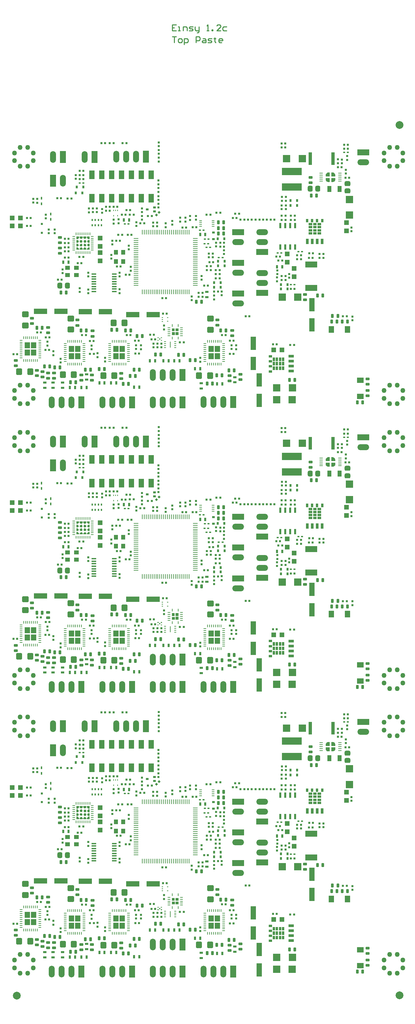
<source format=gtp>
G04*
G04 #@! TF.GenerationSoftware,Altium Limited,Altium Designer,21.0.8 (223)*
G04*
G04 Layer_Color=8421504*
%FSLAX24Y24*%
%MOIN*%
G70*
G04*
G04 #@! TF.SameCoordinates,13DEB416-C121-4B62-9F34-736F31F8399E*
G04*
G04*
G04 #@! TF.FilePolarity,Positive*
G04*
G01*
G75*
%ADD10C,0.0100*%
%ADD11O,0.1190X0.0590*%
%ADD12R,0.1190X0.0590*%
%ADD13R,0.0590X0.1190*%
%ADD14O,0.0590X0.1190*%
%ADD15R,0.0528X0.0618*%
G04:AMPARAMS|DCode=16|XSize=78.7mil|YSize=78.7mil|CornerRadius=39.4mil|HoleSize=0mil|Usage=FLASHONLY|Rotation=90.000|XOffset=0mil|YOffset=0mil|HoleType=Round|Shape=RoundedRectangle|*
%AMROUNDEDRECTD16*
21,1,0.0787,0.0000,0,0,90.0*
21,1,0.0000,0.0787,0,0,90.0*
1,1,0.0787,0.0000,0.0000*
1,1,0.0787,0.0000,0.0000*
1,1,0.0787,0.0000,0.0000*
1,1,0.0787,0.0000,0.0000*
%
%ADD16ROUNDEDRECTD16*%
%ADD17R,0.0197X0.0177*%
G04:AMPARAMS|DCode=18|XSize=27.1mil|YSize=37.4mil|CornerRadius=4.8mil|HoleSize=0mil|Usage=FLASHONLY|Rotation=0.000|XOffset=0mil|YOffset=0mil|HoleType=Round|Shape=RoundedRectangle|*
%AMROUNDEDRECTD18*
21,1,0.0271,0.0277,0,0,0.0*
21,1,0.0175,0.0374,0,0,0.0*
1,1,0.0097,0.0087,-0.0139*
1,1,0.0097,-0.0087,-0.0139*
1,1,0.0097,-0.0087,0.0139*
1,1,0.0097,0.0087,0.0139*
%
%ADD18ROUNDEDRECTD18*%
%ADD19R,0.0244X0.0326*%
G04:AMPARAMS|DCode=20|XSize=20mil|YSize=22mil|CornerRadius=3.4mil|HoleSize=0mil|Usage=FLASHONLY|Rotation=180.000|XOffset=0mil|YOffset=0mil|HoleType=Round|Shape=RoundedRectangle|*
%AMROUNDEDRECTD20*
21,1,0.0200,0.0152,0,0,180.0*
21,1,0.0132,0.0220,0,0,180.0*
1,1,0.0068,-0.0066,0.0076*
1,1,0.0068,0.0066,0.0076*
1,1,0.0068,0.0066,-0.0076*
1,1,0.0068,-0.0066,-0.0076*
%
%ADD20ROUNDEDRECTD20*%
G04:AMPARAMS|DCode=21|XSize=20mil|YSize=22mil|CornerRadius=3.4mil|HoleSize=0mil|Usage=FLASHONLY|Rotation=270.000|XOffset=0mil|YOffset=0mil|HoleType=Round|Shape=RoundedRectangle|*
%AMROUNDEDRECTD21*
21,1,0.0200,0.0152,0,0,270.0*
21,1,0.0132,0.0220,0,0,270.0*
1,1,0.0068,-0.0076,-0.0066*
1,1,0.0068,-0.0076,0.0066*
1,1,0.0068,0.0076,0.0066*
1,1,0.0068,0.0076,-0.0066*
%
%ADD21ROUNDEDRECTD21*%
%ADD22R,0.0260X0.0540*%
%ADD23R,0.0540X0.0260*%
G04:AMPARAMS|DCode=24|XSize=20mil|YSize=22mil|CornerRadius=3.4mil|HoleSize=0mil|Usage=FLASHONLY|Rotation=225.000|XOffset=0mil|YOffset=0mil|HoleType=Round|Shape=RoundedRectangle|*
%AMROUNDEDRECTD24*
21,1,0.0200,0.0152,0,0,225.0*
21,1,0.0132,0.0220,0,0,225.0*
1,1,0.0068,-0.0100,0.0007*
1,1,0.0068,-0.0007,0.0100*
1,1,0.0068,0.0100,-0.0007*
1,1,0.0068,0.0007,-0.0100*
%
%ADD24ROUNDEDRECTD24*%
%ADD25R,0.0571X0.0897*%
%ADD26R,0.0295X0.0097*%
%ADD27R,0.1988X0.0762*%
%ADD28R,0.0770X0.0770*%
G04:AMPARAMS|DCode=29|XSize=50mil|YSize=58mil|CornerRadius=12mil|HoleSize=0mil|Usage=FLASHONLY|Rotation=270.000|XOffset=0mil|YOffset=0mil|HoleType=Round|Shape=RoundedRectangle|*
%AMROUNDEDRECTD29*
21,1,0.0500,0.0340,0,0,270.0*
21,1,0.0260,0.0580,0,0,270.0*
1,1,0.0240,-0.0170,-0.0130*
1,1,0.0240,-0.0170,0.0130*
1,1,0.0240,0.0170,0.0130*
1,1,0.0240,0.0170,-0.0130*
%
%ADD29ROUNDEDRECTD29*%
%ADD30R,0.0413X0.0649*%
%ADD31R,0.0523X0.0689*%
%ADD32R,0.0180X0.0260*%
%ADD33R,0.0480X0.0130*%
%ADD34R,0.1240X0.0610*%
G04:AMPARAMS|DCode=35|XSize=50mil|YSize=58mil|CornerRadius=12mil|HoleSize=0mil|Usage=FLASHONLY|Rotation=180.000|XOffset=0mil|YOffset=0mil|HoleType=Round|Shape=RoundedRectangle|*
%AMROUNDEDRECTD35*
21,1,0.0500,0.0340,0,0,180.0*
21,1,0.0260,0.0580,0,0,180.0*
1,1,0.0240,-0.0130,0.0170*
1,1,0.0240,0.0130,0.0170*
1,1,0.0240,0.0130,-0.0170*
1,1,0.0240,-0.0130,-0.0170*
%
%ADD35ROUNDEDRECTD35*%
%ADD36R,0.0500X0.0400*%
%ADD37R,0.0180X0.0240*%
G04:AMPARAMS|DCode=38|XSize=27.1mil|YSize=37.4mil|CornerRadius=4.8mil|HoleSize=0mil|Usage=FLASHONLY|Rotation=90.000|XOffset=0mil|YOffset=0mil|HoleType=Round|Shape=RoundedRectangle|*
%AMROUNDEDRECTD38*
21,1,0.0271,0.0277,0,0,90.0*
21,1,0.0175,0.0374,0,0,90.0*
1,1,0.0097,0.0139,0.0087*
1,1,0.0097,0.0139,-0.0087*
1,1,0.0097,-0.0139,-0.0087*
1,1,0.0097,-0.0139,0.0087*
%
%ADD38ROUNDEDRECTD38*%
%ADD39O,0.0078X0.0492*%
%ADD40O,0.0492X0.0078*%
%ADD41R,0.0220X0.0220*%
%ADD42R,0.0334X0.1279*%
%ADD43C,0.0500*%
G04:AMPARAMS|DCode=44|XSize=61mil|YSize=69mil|CornerRadius=14.8mil|HoleSize=0mil|Usage=FLASHONLY|Rotation=90.000|XOffset=0mil|YOffset=0mil|HoleType=Round|Shape=RoundedRectangle|*
%AMROUNDEDRECTD44*
21,1,0.0610,0.0395,0,0,90.0*
21,1,0.0315,0.0690,0,0,90.0*
1,1,0.0295,0.0198,0.0158*
1,1,0.0295,0.0198,-0.0158*
1,1,0.0295,-0.0198,-0.0158*
1,1,0.0295,-0.0198,0.0158*
%
%ADD44ROUNDEDRECTD44*%
%ADD45R,0.1319X0.0531*%
%ADD46R,0.0220X0.0580*%
%ADD47R,0.0460X0.0460*%
%ADD48O,0.0078X0.0315*%
%ADD49O,0.0315X0.0078*%
G04:AMPARAMS|DCode=50|XSize=9mil|YSize=29.5mil|CornerRadius=3.4mil|HoleSize=0mil|Usage=FLASHONLY|Rotation=180.000|XOffset=0mil|YOffset=0mil|HoleType=Round|Shape=RoundedRectangle|*
%AMROUNDEDRECTD50*
21,1,0.0090,0.0227,0,0,180.0*
21,1,0.0022,0.0295,0,0,180.0*
1,1,0.0068,-0.0011,0.0113*
1,1,0.0068,0.0011,0.0113*
1,1,0.0068,0.0011,-0.0113*
1,1,0.0068,-0.0011,-0.0113*
%
%ADD50ROUNDEDRECTD50*%
G04:AMPARAMS|DCode=51|XSize=9mil|YSize=29.5mil|CornerRadius=3.4mil|HoleSize=0mil|Usage=FLASHONLY|Rotation=270.000|XOffset=0mil|YOffset=0mil|HoleType=Round|Shape=RoundedRectangle|*
%AMROUNDEDRECTD51*
21,1,0.0090,0.0227,0,0,270.0*
21,1,0.0022,0.0295,0,0,270.0*
1,1,0.0068,-0.0113,-0.0011*
1,1,0.0068,-0.0113,0.0011*
1,1,0.0068,0.0113,0.0011*
1,1,0.0068,0.0113,-0.0011*
%
%ADD51ROUNDEDRECTD51*%
%ADD52R,0.0216X0.0295*%
%ADD53R,0.0382X0.0097*%
%ADD54R,0.0295X0.0197*%
%ADD55R,0.0197X0.0078*%
%ADD56R,0.0059X0.0610*%
%ADD57R,0.0157X0.0098*%
%ADD58O,0.0090X0.0295*%
%ADD59O,0.0295X0.0090*%
%ADD60P,0.0185X4X180.0*%
%ADD61R,0.0098X0.0157*%
%ADD62R,0.0326X0.0244*%
%ADD63R,0.0531X0.1319*%
G04:AMPARAMS|DCode=64|XSize=61mil|YSize=69mil|CornerRadius=14.8mil|HoleSize=0mil|Usage=FLASHONLY|Rotation=180.000|XOffset=0mil|YOffset=0mil|HoleType=Round|Shape=RoundedRectangle|*
%AMROUNDEDRECTD64*
21,1,0.0610,0.0395,0,0,180.0*
21,1,0.0315,0.0690,0,0,180.0*
1,1,0.0295,-0.0158,0.0198*
1,1,0.0295,0.0158,0.0198*
1,1,0.0295,0.0158,-0.0198*
1,1,0.0295,-0.0158,-0.0198*
%
%ADD64ROUNDEDRECTD64*%
%ADD65R,0.0460X0.0460*%
%ADD66R,0.0295X0.0216*%
%ADD67R,0.0770X0.0770*%
%ADD68R,0.0400X0.0500*%
%ADD69R,0.0689X0.0523*%
G36*
X33334Y53616D02*
X33359D01*
X33409Y53606D01*
X33455Y53587D01*
X33497Y53559D01*
X33533Y53523D01*
X33561Y53481D01*
X33580Y53435D01*
X33590Y53385D01*
Y53360D01*
X33590Y53215D01*
X33189Y53215D01*
X33189Y53616D01*
X33334Y53616D01*
D02*
G37*
G36*
X33035Y53211D02*
X32633Y53211D01*
X32633Y53356D01*
Y53382D01*
X32643Y53431D01*
X32663Y53478D01*
X32691Y53519D01*
X32726Y53555D01*
X32768Y53583D01*
X32815Y53602D01*
X32864Y53612D01*
X32889D01*
X33035Y53612D01*
X33035Y53211D01*
D02*
G37*
G36*
X33594Y52915D02*
Y52890D01*
X33584Y52841D01*
X33565Y52794D01*
X33537Y52752D01*
X33501Y52717D01*
X33459Y52689D01*
X33413Y52669D01*
X33363Y52659D01*
X33338D01*
X33192Y52659D01*
X33192Y53061D01*
X33594Y53061D01*
X33594Y52915D01*
D02*
G37*
G36*
X33039Y53057D02*
X33039Y52656D01*
X32893Y52656D01*
X32868D01*
X32819Y52665D01*
X32772Y52685D01*
X32730Y52713D01*
X32694Y52748D01*
X32666Y52790D01*
X32647Y52837D01*
X32637Y52886D01*
Y52911D01*
X32637Y53057D01*
X33039Y53057D01*
D02*
G37*
G36*
X32394Y48566D02*
X32158D01*
Y48920D01*
X32394D01*
Y48566D01*
D02*
G37*
G36*
X31883D02*
X31646D01*
Y48920D01*
X31883D01*
Y48566D01*
D02*
G37*
G36*
X31381D02*
X31144D01*
Y48920D01*
X31381D01*
Y48566D01*
D02*
G37*
G36*
X30869D02*
X30633D01*
Y48920D01*
X30869D01*
Y48566D01*
D02*
G37*
G36*
X32158Y48271D02*
X31804D01*
Y48507D01*
X32158D01*
Y48271D01*
D02*
G37*
G36*
X31705D02*
X31351D01*
Y48507D01*
X31705D01*
Y48271D01*
D02*
G37*
G36*
X31253D02*
X30898D01*
Y48507D01*
X31253D01*
Y48271D01*
D02*
G37*
G36*
X32158Y47966D02*
X31804D01*
Y48202D01*
X32158D01*
Y47966D01*
D02*
G37*
G36*
X31705D02*
X31351D01*
Y48202D01*
X31705D01*
Y47966D01*
D02*
G37*
G36*
X31253D02*
X30898D01*
Y48202D01*
X31253D01*
Y47966D01*
D02*
G37*
G36*
X32158Y47651D02*
X31804D01*
Y47887D01*
X32158D01*
Y47651D01*
D02*
G37*
G36*
X31705D02*
X31351D01*
Y47887D01*
X31705D01*
Y47651D01*
D02*
G37*
G36*
X31253D02*
X30898D01*
Y47887D01*
X31253D01*
Y47651D01*
D02*
G37*
G36*
X32158Y47345D02*
X31804D01*
Y47582D01*
X32158D01*
Y47345D01*
D02*
G37*
G36*
X31705D02*
X31351D01*
Y47582D01*
X31705D01*
Y47345D01*
D02*
G37*
G36*
X31253D02*
X30898D01*
Y47582D01*
X31253D01*
Y47345D01*
D02*
G37*
G36*
X8392Y47001D02*
X8293Y46903D01*
X8211D01*
X8116Y46996D01*
Y47130D01*
X8392D01*
Y47001D01*
D02*
G37*
G36*
X8018D02*
X7919Y46903D01*
X7837D01*
X7742Y46996D01*
Y47130D01*
X8018D01*
Y47001D01*
D02*
G37*
G36*
X8726Y46883D02*
X8608D01*
X8480Y47011D01*
Y47130D01*
X8726D01*
Y46883D01*
D02*
G37*
G36*
X7653Y47011D02*
X7526Y46883D01*
X7407D01*
Y47130D01*
X7653D01*
Y47011D01*
D02*
G37*
G36*
X8008Y46706D02*
Y46608D01*
X7929Y46529D01*
X7831D01*
X7742Y46618D01*
Y46696D01*
X7840Y46795D01*
X7919D01*
X8008Y46706D01*
D02*
G37*
G36*
X8726Y46519D02*
X8597D01*
X8500Y46618D01*
Y46700D01*
X8593Y46795D01*
X8726D01*
Y46519D01*
D02*
G37*
G36*
X8392Y46696D02*
Y46618D01*
X8293Y46519D01*
X8214D01*
X8126Y46608D01*
Y46706D01*
X8205Y46785D01*
X8303D01*
X8392Y46696D01*
D02*
G37*
G36*
X7634Y46696D02*
Y46608D01*
X7545Y46519D01*
X7407D01*
Y46795D01*
X7535D01*
X7634Y46696D01*
D02*
G37*
G36*
X8008Y46332D02*
Y46234D01*
X7929Y46155D01*
X7831D01*
X7742Y46244D01*
Y46322D01*
X7840Y46421D01*
X7919D01*
X8008Y46332D01*
D02*
G37*
G36*
X8726Y46145D02*
X8598D01*
X8500Y46244D01*
Y46332D01*
X8589Y46421D01*
X8726D01*
Y46145D01*
D02*
G37*
G36*
X8392Y46322D02*
Y46244D01*
X8293Y46145D01*
X8214D01*
X8126Y46234D01*
Y46332D01*
X8205Y46411D01*
X8303D01*
X8392Y46322D01*
D02*
G37*
G36*
X7634Y46322D02*
Y46240D01*
X7540Y46145D01*
X7407D01*
Y46421D01*
X7536D01*
X7634Y46322D01*
D02*
G37*
G36*
X8726Y45811D02*
X8480D01*
Y45929D01*
X8608Y46057D01*
X8726D01*
Y45811D01*
D02*
G37*
G36*
X8392Y45944D02*
Y45811D01*
X8116D01*
Y45940D01*
X8215Y46037D01*
X8297D01*
X8392Y45944D01*
D02*
G37*
G36*
X8018D02*
Y45811D01*
X7742D01*
Y45940D01*
X7841Y46037D01*
X7923D01*
X8018Y45944D01*
D02*
G37*
G36*
X7653Y45929D02*
Y45811D01*
X7407D01*
Y46057D01*
X7526D01*
X7653Y45929D01*
D02*
G37*
G36*
X17725Y37567D02*
X17438D01*
Y37850D01*
X17725D01*
Y37567D01*
D02*
G37*
G36*
X17347Y37563D02*
X17064D01*
Y37850D01*
X17347D01*
Y37563D01*
D02*
G37*
G36*
X17725Y37189D02*
X17442D01*
Y37476D01*
X17725D01*
Y37189D01*
D02*
G37*
G36*
X17351D02*
X17064D01*
Y37472D01*
X17351D01*
Y37189D01*
D02*
G37*
G36*
X16064Y36870D02*
X15971Y36870D01*
X15922Y36919D01*
X15922Y36952D01*
X16064D01*
Y36870D01*
D02*
G37*
G36*
X15737Y36919D02*
X15688Y36870D01*
X15595Y36870D01*
Y36952D01*
X15737D01*
X15737Y36919D01*
D02*
G37*
G36*
X16064Y36610D02*
X15922D01*
X15922Y36643D01*
X15971Y36692D01*
X16064Y36692D01*
Y36610D01*
D02*
G37*
G36*
X15688Y36692D02*
X15737Y36643D01*
X15737Y36610D01*
X15595D01*
Y36692D01*
X15688Y36692D01*
D02*
G37*
G36*
X27207Y34917D02*
X26853D01*
Y35153D01*
X27207D01*
Y34917D01*
D02*
G37*
G36*
X28427Y34562D02*
X28191D01*
Y34917D01*
X28427D01*
Y34562D01*
D02*
G37*
G36*
X28122D02*
X27886D01*
Y34917D01*
X28122D01*
Y34562D01*
D02*
G37*
G36*
X27807D02*
X27571D01*
Y34917D01*
X27807D01*
Y34562D01*
D02*
G37*
G36*
X27502D02*
X27266D01*
Y34917D01*
X27502D01*
Y34562D01*
D02*
G37*
G36*
X27207Y34405D02*
X26853D01*
Y34641D01*
X27207D01*
Y34405D01*
D02*
G37*
G36*
X28427Y34110D02*
X28191D01*
Y34464D01*
X28427D01*
Y34110D01*
D02*
G37*
G36*
X28122D02*
X27886D01*
Y34464D01*
X28122D01*
Y34110D01*
D02*
G37*
G36*
X27807D02*
X27571D01*
Y34464D01*
X27807D01*
Y34110D01*
D02*
G37*
G36*
X27502D02*
X27266D01*
Y34464D01*
X27502D01*
Y34110D01*
D02*
G37*
G36*
X27207Y33903D02*
X26853D01*
Y34139D01*
X27207D01*
Y33903D01*
D02*
G37*
G36*
X28427Y33657D02*
X28191D01*
Y34011D01*
X28427D01*
Y33657D01*
D02*
G37*
G36*
X28122D02*
X27886D01*
Y34011D01*
X28122D01*
Y33657D01*
D02*
G37*
G36*
X27807D02*
X27571D01*
Y34011D01*
X27807D01*
Y33657D01*
D02*
G37*
G36*
X27502D02*
X27266D01*
Y34011D01*
X27502D01*
Y33657D01*
D02*
G37*
G36*
X27207Y33391D02*
X26853D01*
Y33627D01*
X27207D01*
Y33391D01*
D02*
G37*
G36*
X33334Y24837D02*
X33359D01*
X33409Y24827D01*
X33455Y24807D01*
X33497Y24779D01*
X33533Y24744D01*
X33561Y24702D01*
X33580Y24655D01*
X33590Y24606D01*
Y24581D01*
X33590Y24435D01*
X33189Y24435D01*
X33189Y24837D01*
X33334Y24837D01*
D02*
G37*
G36*
X33035Y24431D02*
X32633Y24431D01*
X32633Y24577D01*
Y24602D01*
X32643Y24651D01*
X32663Y24698D01*
X32691Y24740D01*
X32726Y24776D01*
X32768Y24804D01*
X32815Y24823D01*
X32864Y24833D01*
X32889D01*
X33035Y24833D01*
X33035Y24431D01*
D02*
G37*
G36*
X33594Y24136D02*
Y24111D01*
X33584Y24061D01*
X33565Y24015D01*
X33537Y23973D01*
X33501Y23937D01*
X33459Y23909D01*
X33413Y23890D01*
X33363Y23880D01*
X33338D01*
X33192Y23880D01*
X33192Y24281D01*
X33594Y24281D01*
X33594Y24136D01*
D02*
G37*
G36*
X33039Y24278D02*
X33039Y23876D01*
X32893Y23876D01*
X32868D01*
X32819Y23886D01*
X32772Y23905D01*
X32730Y23933D01*
X32694Y23969D01*
X32666Y24011D01*
X32647Y24057D01*
X32637Y24107D01*
Y24132D01*
X32637Y24278D01*
X33039Y24278D01*
D02*
G37*
G36*
X32394Y19786D02*
X32158D01*
Y20141D01*
X32394D01*
Y19786D01*
D02*
G37*
G36*
X31883D02*
X31646D01*
Y20141D01*
X31883D01*
Y19786D01*
D02*
G37*
G36*
X31381D02*
X31144D01*
Y20141D01*
X31381D01*
Y19786D01*
D02*
G37*
G36*
X30869D02*
X30633D01*
Y20141D01*
X30869D01*
Y19786D01*
D02*
G37*
G36*
X32158Y19491D02*
X31804D01*
Y19727D01*
X32158D01*
Y19491D01*
D02*
G37*
G36*
X31705D02*
X31351D01*
Y19727D01*
X31705D01*
Y19491D01*
D02*
G37*
G36*
X31253D02*
X30898D01*
Y19727D01*
X31253D01*
Y19491D01*
D02*
G37*
G36*
X32158Y19186D02*
X31804D01*
Y19422D01*
X32158D01*
Y19186D01*
D02*
G37*
G36*
X31705D02*
X31351D01*
Y19422D01*
X31705D01*
Y19186D01*
D02*
G37*
G36*
X31253D02*
X30898D01*
Y19422D01*
X31253D01*
Y19186D01*
D02*
G37*
G36*
X32158Y18871D02*
X31804D01*
Y19107D01*
X32158D01*
Y18871D01*
D02*
G37*
G36*
X31705D02*
X31351D01*
Y19107D01*
X31705D01*
Y18871D01*
D02*
G37*
G36*
X31253D02*
X30898D01*
Y19107D01*
X31253D01*
Y18871D01*
D02*
G37*
G36*
X32158Y18566D02*
X31804D01*
Y18802D01*
X32158D01*
Y18566D01*
D02*
G37*
G36*
X31705D02*
X31351D01*
Y18802D01*
X31705D01*
Y18566D01*
D02*
G37*
G36*
X31253D02*
X30898D01*
Y18802D01*
X31253D01*
Y18566D01*
D02*
G37*
G36*
X8392Y18221D02*
X8293Y18124D01*
X8211D01*
X8116Y18217D01*
Y18350D01*
X8392D01*
Y18221D01*
D02*
G37*
G36*
X8018D02*
X7919Y18124D01*
X7837D01*
X7742Y18217D01*
Y18350D01*
X8018D01*
Y18221D01*
D02*
G37*
G36*
X8726Y18104D02*
X8608D01*
X8480Y18232D01*
Y18350D01*
X8726D01*
Y18104D01*
D02*
G37*
G36*
X7653Y18232D02*
X7526Y18104D01*
X7407D01*
Y18350D01*
X7653D01*
Y18232D01*
D02*
G37*
G36*
X8008Y17927D02*
Y17828D01*
X7929Y17750D01*
X7831D01*
X7742Y17838D01*
Y17917D01*
X7840Y18015D01*
X7919D01*
X8008Y17927D01*
D02*
G37*
G36*
X8726Y17740D02*
X8597D01*
X8500Y17839D01*
Y17921D01*
X8593Y18015D01*
X8726D01*
Y17740D01*
D02*
G37*
G36*
X8392Y17917D02*
Y17838D01*
X8293Y17740D01*
X8214D01*
X8126Y17828D01*
Y17927D01*
X8205Y18006D01*
X8303D01*
X8392Y17917D01*
D02*
G37*
G36*
X7634Y17917D02*
Y17828D01*
X7545Y17740D01*
X7407D01*
Y18015D01*
X7535D01*
X7634Y17917D01*
D02*
G37*
G36*
X8008Y17553D02*
Y17454D01*
X7929Y17376D01*
X7831D01*
X7742Y17464D01*
Y17543D01*
X7840Y17641D01*
X7919D01*
X8008Y17553D01*
D02*
G37*
G36*
X8726Y17366D02*
X8598D01*
X8500Y17464D01*
Y17553D01*
X8589Y17641D01*
X8726D01*
Y17366D01*
D02*
G37*
G36*
X8392Y17543D02*
Y17464D01*
X8293Y17366D01*
X8214D01*
X8126Y17454D01*
Y17553D01*
X8205Y17631D01*
X8303D01*
X8392Y17543D01*
D02*
G37*
G36*
X7634Y17542D02*
Y17461D01*
X7540Y17366D01*
X7407D01*
Y17641D01*
X7536D01*
X7634Y17542D01*
D02*
G37*
G36*
X8726Y17031D02*
X8480D01*
Y17149D01*
X8608Y17277D01*
X8726D01*
Y17031D01*
D02*
G37*
G36*
X8392Y17164D02*
Y17031D01*
X8116D01*
Y17160D01*
X8215Y17257D01*
X8297D01*
X8392Y17164D01*
D02*
G37*
G36*
X8018D02*
Y17031D01*
X7742D01*
Y17160D01*
X7841Y17257D01*
X7923D01*
X8018Y17164D01*
D02*
G37*
G36*
X7653Y17149D02*
Y17031D01*
X7407D01*
Y17277D01*
X7526D01*
X7653Y17149D01*
D02*
G37*
G36*
X17725Y8787D02*
X17438D01*
Y9071D01*
X17725D01*
Y8787D01*
D02*
G37*
G36*
X17347Y8783D02*
X17064D01*
Y9071D01*
X17347D01*
Y8783D01*
D02*
G37*
G36*
X17725Y8409D02*
X17442D01*
Y8697D01*
X17725D01*
Y8409D01*
D02*
G37*
G36*
X17351D02*
X17064D01*
Y8693D01*
X17351D01*
Y8409D01*
D02*
G37*
G36*
X16064Y8090D02*
X15971Y8090D01*
X15922Y8139D01*
X15922Y8173D01*
X16064D01*
Y8090D01*
D02*
G37*
G36*
X15737Y8139D02*
X15688Y8090D01*
X15595Y8090D01*
Y8173D01*
X15737D01*
X15737Y8139D01*
D02*
G37*
G36*
X16064Y7831D02*
X15922D01*
X15922Y7864D01*
X15971Y7913D01*
X16064Y7913D01*
Y7831D01*
D02*
G37*
G36*
X15688Y7913D02*
X15737Y7864D01*
X15737Y7831D01*
X15595D01*
Y7913D01*
X15688Y7913D01*
D02*
G37*
G36*
X27207Y6137D02*
X26853D01*
Y6373D01*
X27207D01*
Y6137D01*
D02*
G37*
G36*
X28427Y5783D02*
X28191D01*
Y6137D01*
X28427D01*
Y5783D01*
D02*
G37*
G36*
X28122D02*
X27886D01*
Y6137D01*
X28122D01*
Y5783D01*
D02*
G37*
G36*
X27807D02*
X27571D01*
Y6137D01*
X27807D01*
Y5783D01*
D02*
G37*
G36*
X27502D02*
X27266D01*
Y6137D01*
X27502D01*
Y5783D01*
D02*
G37*
G36*
X27207Y5625D02*
X26853D01*
Y5862D01*
X27207D01*
Y5625D01*
D02*
G37*
G36*
X28427Y5330D02*
X28191D01*
Y5684D01*
X28427D01*
Y5330D01*
D02*
G37*
G36*
X28122D02*
X27886D01*
Y5684D01*
X28122D01*
Y5330D01*
D02*
G37*
G36*
X27807D02*
X27571D01*
Y5684D01*
X27807D01*
Y5330D01*
D02*
G37*
G36*
X27502D02*
X27266D01*
Y5684D01*
X27502D01*
Y5330D01*
D02*
G37*
G36*
X27207Y5123D02*
X26853D01*
Y5360D01*
X27207D01*
Y5123D01*
D02*
G37*
G36*
X28427Y4877D02*
X28191D01*
Y5232D01*
X28427D01*
Y4877D01*
D02*
G37*
G36*
X28122D02*
X27886D01*
Y5232D01*
X28122D01*
Y4877D01*
D02*
G37*
G36*
X27807D02*
X27571D01*
Y5232D01*
X27807D01*
Y4877D01*
D02*
G37*
G36*
X27502D02*
X27266D01*
Y5232D01*
X27502D01*
Y4877D01*
D02*
G37*
G36*
X27207Y4612D02*
X26853D01*
Y4848D01*
X27207D01*
Y4612D01*
D02*
G37*
G36*
X33334Y-3943D02*
X33359D01*
X33409Y-3953D01*
X33455Y-3972D01*
X33497Y-4000D01*
X33533Y-4036D01*
X33561Y-4078D01*
X33580Y-4124D01*
X33590Y-4174D01*
Y-4199D01*
X33590Y-4344D01*
X33189Y-4344D01*
X33189Y-3943D01*
X33334Y-3943D01*
D02*
G37*
G36*
X33035Y-4348D02*
X32633Y-4348D01*
X32633Y-4203D01*
Y-4178D01*
X32643Y-4128D01*
X32663Y-4082D01*
X32691Y-4040D01*
X32726Y-4004D01*
X32768Y-3976D01*
X32815Y-3957D01*
X32864Y-3947D01*
X32889D01*
X33035Y-3947D01*
X33035Y-4348D01*
D02*
G37*
G36*
X33594Y-4644D02*
Y-4669D01*
X33584Y-4718D01*
X33565Y-4765D01*
X33537Y-4807D01*
X33501Y-4842D01*
X33459Y-4870D01*
X33413Y-4890D01*
X33363Y-4900D01*
X33338D01*
X33192Y-4900D01*
X33192Y-4498D01*
X33594Y-4498D01*
X33594Y-4644D01*
D02*
G37*
G36*
X33039Y-4502D02*
X33039Y-4904D01*
X32893Y-4904D01*
X32868D01*
X32819Y-4894D01*
X32772Y-4874D01*
X32730Y-4846D01*
X32694Y-4811D01*
X32666Y-4769D01*
X32647Y-4722D01*
X32637Y-4673D01*
Y-4648D01*
X32637Y-4502D01*
X33039Y-4502D01*
D02*
G37*
G36*
X32394Y-8993D02*
X32158D01*
Y-8639D01*
X32394D01*
Y-8993D01*
D02*
G37*
G36*
X31883D02*
X31646D01*
Y-8639D01*
X31883D01*
Y-8993D01*
D02*
G37*
G36*
X31381D02*
X31144D01*
Y-8639D01*
X31381D01*
Y-8993D01*
D02*
G37*
G36*
X30869D02*
X30633D01*
Y-8639D01*
X30869D01*
Y-8993D01*
D02*
G37*
G36*
X32158Y-9288D02*
X31804D01*
Y-9052D01*
X32158D01*
Y-9288D01*
D02*
G37*
G36*
X31705D02*
X31351D01*
Y-9052D01*
X31705D01*
Y-9288D01*
D02*
G37*
G36*
X31253D02*
X30898D01*
Y-9052D01*
X31253D01*
Y-9288D01*
D02*
G37*
G36*
X32158Y-9594D02*
X31804D01*
Y-9357D01*
X32158D01*
Y-9594D01*
D02*
G37*
G36*
X31705D02*
X31351D01*
Y-9357D01*
X31705D01*
Y-9594D01*
D02*
G37*
G36*
X31253D02*
X30898D01*
Y-9357D01*
X31253D01*
Y-9594D01*
D02*
G37*
G36*
X32158Y-9908D02*
X31804D01*
Y-9672D01*
X32158D01*
Y-9908D01*
D02*
G37*
G36*
X31705D02*
X31351D01*
Y-9672D01*
X31705D01*
Y-9908D01*
D02*
G37*
G36*
X31253D02*
X30898D01*
Y-9672D01*
X31253D01*
Y-9908D01*
D02*
G37*
G36*
X32158Y-10214D02*
X31804D01*
Y-9977D01*
X32158D01*
Y-10214D01*
D02*
G37*
G36*
X31705D02*
X31351D01*
Y-9977D01*
X31705D01*
Y-10214D01*
D02*
G37*
G36*
X31253D02*
X30898D01*
Y-9977D01*
X31253D01*
Y-10214D01*
D02*
G37*
G36*
X8392Y-10558D02*
X8293Y-10656D01*
X8211D01*
X8116Y-10563D01*
Y-10430D01*
X8392D01*
Y-10558D01*
D02*
G37*
G36*
X8018D02*
X7919Y-10656D01*
X7837D01*
X7742Y-10563D01*
Y-10430D01*
X8018D01*
Y-10558D01*
D02*
G37*
G36*
X8726Y-10676D02*
X8608D01*
X8480Y-10548D01*
Y-10430D01*
X8726D01*
Y-10676D01*
D02*
G37*
G36*
X7653Y-10548D02*
X7526Y-10676D01*
X7407D01*
Y-10430D01*
X7653D01*
Y-10548D01*
D02*
G37*
G36*
X8008Y-10853D02*
Y-10951D01*
X7929Y-11030D01*
X7831D01*
X7742Y-10941D01*
Y-10863D01*
X7840Y-10764D01*
X7919D01*
X8008Y-10853D01*
D02*
G37*
G36*
X8726Y-11040D02*
X8597D01*
X8500Y-10941D01*
Y-10859D01*
X8593Y-10764D01*
X8726D01*
Y-11040D01*
D02*
G37*
G36*
X8392Y-10863D02*
Y-10941D01*
X8293Y-11040D01*
X8214D01*
X8126Y-10951D01*
Y-10853D01*
X8205Y-10774D01*
X8303D01*
X8392Y-10863D01*
D02*
G37*
G36*
X7634Y-10863D02*
Y-10951D01*
X7545Y-11040D01*
X7407D01*
Y-10764D01*
X7535D01*
X7634Y-10863D01*
D02*
G37*
G36*
X8008Y-11227D02*
Y-11325D01*
X7929Y-11404D01*
X7831D01*
X7742Y-11315D01*
Y-11237D01*
X7840Y-11138D01*
X7919D01*
X8008Y-11227D01*
D02*
G37*
G36*
X8726Y-11414D02*
X8598D01*
X8500Y-11315D01*
Y-11227D01*
X8589Y-11138D01*
X8726D01*
Y-11414D01*
D02*
G37*
G36*
X8392Y-11237D02*
Y-11315D01*
X8293Y-11414D01*
X8214D01*
X8126Y-11325D01*
Y-11227D01*
X8205Y-11148D01*
X8303D01*
X8392Y-11237D01*
D02*
G37*
G36*
X7634Y-11237D02*
Y-11319D01*
X7540Y-11414D01*
X7407D01*
Y-11138D01*
X7536D01*
X7634Y-11237D01*
D02*
G37*
G36*
X8726Y-11748D02*
X8480D01*
Y-11630D01*
X8608Y-11502D01*
X8726D01*
Y-11748D01*
D02*
G37*
G36*
X8392Y-11615D02*
Y-11748D01*
X8116D01*
Y-11620D01*
X8215Y-11522D01*
X8297D01*
X8392Y-11615D01*
D02*
G37*
G36*
X8018D02*
Y-11748D01*
X7742D01*
Y-11620D01*
X7841Y-11522D01*
X7923D01*
X8018Y-11615D01*
D02*
G37*
G36*
X7653Y-11630D02*
Y-11748D01*
X7407D01*
Y-11502D01*
X7526D01*
X7653Y-11630D01*
D02*
G37*
G36*
X17725Y-19992D02*
X17438D01*
Y-19709D01*
X17725D01*
Y-19992D01*
D02*
G37*
G36*
X17347Y-19996D02*
X17064D01*
Y-19709D01*
X17347D01*
Y-19996D01*
D02*
G37*
G36*
X17725Y-20370D02*
X17442D01*
Y-20083D01*
X17725D01*
Y-20370D01*
D02*
G37*
G36*
X17351D02*
X17064D01*
Y-20087D01*
X17351D01*
Y-20370D01*
D02*
G37*
G36*
X16064Y-20689D02*
X15971Y-20689D01*
X15922Y-20640D01*
X15922Y-20607D01*
X16064D01*
Y-20689D01*
D02*
G37*
G36*
X15737Y-20640D02*
X15688Y-20689D01*
X15595Y-20689D01*
Y-20607D01*
X15737D01*
X15737Y-20640D01*
D02*
G37*
G36*
X16064Y-20949D02*
X15922D01*
X15922Y-20916D01*
X15971Y-20867D01*
X16064Y-20867D01*
Y-20949D01*
D02*
G37*
G36*
X15688Y-20867D02*
X15737Y-20916D01*
X15737Y-20949D01*
X15595D01*
Y-20867D01*
X15688Y-20867D01*
D02*
G37*
G36*
X27207Y-22642D02*
X26853D01*
Y-22406D01*
X27207D01*
Y-22642D01*
D02*
G37*
G36*
X28427Y-22997D02*
X28191D01*
Y-22642D01*
X28427D01*
Y-22997D01*
D02*
G37*
G36*
X28122D02*
X27886D01*
Y-22642D01*
X28122D01*
Y-22997D01*
D02*
G37*
G36*
X27807D02*
X27571D01*
Y-22642D01*
X27807D01*
Y-22997D01*
D02*
G37*
G36*
X27502D02*
X27266D01*
Y-22642D01*
X27502D01*
Y-22997D01*
D02*
G37*
G36*
X27207Y-23154D02*
X26853D01*
Y-22918D01*
X27207D01*
Y-23154D01*
D02*
G37*
G36*
X28427Y-23449D02*
X28191D01*
Y-23095D01*
X28427D01*
Y-23449D01*
D02*
G37*
G36*
X28122D02*
X27886D01*
Y-23095D01*
X28122D01*
Y-23449D01*
D02*
G37*
G36*
X27807D02*
X27571D01*
Y-23095D01*
X27807D01*
Y-23449D01*
D02*
G37*
G36*
X27502D02*
X27266D01*
Y-23095D01*
X27502D01*
Y-23449D01*
D02*
G37*
G36*
X27207Y-23656D02*
X26853D01*
Y-23420D01*
X27207D01*
Y-23656D01*
D02*
G37*
G36*
X28427Y-23902D02*
X28191D01*
Y-23548D01*
X28427D01*
Y-23902D01*
D02*
G37*
G36*
X28122D02*
X27886D01*
Y-23548D01*
X28122D01*
Y-23902D01*
D02*
G37*
G36*
X27807D02*
X27571D01*
Y-23548D01*
X27807D01*
Y-23902D01*
D02*
G37*
G36*
X27502D02*
X27266D01*
Y-23548D01*
X27502D01*
Y-23902D01*
D02*
G37*
G36*
X27207Y-24168D02*
X26853D01*
Y-23932D01*
X27207D01*
Y-24168D01*
D02*
G37*
G54D10*
X17098Y67342D02*
X17498D01*
X17298D01*
Y66743D01*
X17798D02*
X17998D01*
X18098Y66842D01*
Y67042D01*
X17998Y67142D01*
X17798D01*
X17698Y67042D01*
Y66842D01*
X17798Y66743D01*
X18298Y66543D02*
Y67142D01*
X18598D01*
X18698Y67042D01*
Y66842D01*
X18598Y66743D01*
X18298D01*
X19498D02*
Y67342D01*
X19797D01*
X19897Y67242D01*
Y67042D01*
X19797Y66942D01*
X19498D01*
X20197Y67142D02*
X20397D01*
X20497Y67042D01*
Y66743D01*
X20197D01*
X20097Y66842D01*
X20197Y66942D01*
X20497D01*
X20697Y66743D02*
X20997D01*
X21097Y66842D01*
X20997Y66942D01*
X20797D01*
X20697Y67042D01*
X20797Y67142D01*
X21097D01*
X21397Y67242D02*
Y67142D01*
X21297D01*
X21497D01*
X21397D01*
Y66842D01*
X21497Y66743D01*
X22097D02*
X21897D01*
X21797Y66842D01*
Y67042D01*
X21897Y67142D01*
X22097D01*
X22197Y67042D01*
Y66942D01*
X21797D01*
X17498Y68542D02*
X17098D01*
Y67943D01*
X17498D01*
X17098Y68242D02*
X17298D01*
X17698Y67943D02*
X17898D01*
X17798D01*
Y68342D01*
X17698D01*
X18198Y67943D02*
Y68342D01*
X18498D01*
X18598Y68242D01*
Y67943D01*
X18798D02*
X19098D01*
X19198Y68042D01*
X19098Y68142D01*
X18898D01*
X18798Y68242D01*
X18898Y68342D01*
X19198D01*
X19398D02*
Y68042D01*
X19498Y67943D01*
X19797D01*
Y67843D01*
X19698Y67743D01*
X19598D01*
X19797Y67943D02*
Y68342D01*
X20597Y67943D02*
X20797D01*
X20697D01*
Y68542D01*
X20597Y68442D01*
X21097Y67943D02*
Y68042D01*
X21197D01*
Y67943D01*
X21097D01*
X21997D02*
X21597D01*
X21997Y68342D01*
Y68442D01*
X21897Y68542D01*
X21697D01*
X21597Y68442D01*
X22597Y68342D02*
X22297D01*
X22197Y68242D01*
Y68042D01*
X22297Y67943D01*
X22597D01*
G54D11*
X26197Y-14119D02*
D03*
Y-15119D02*
D03*
X23771Y-10972D02*
D03*
Y-14083D02*
D03*
Y-17193D02*
D03*
X36417Y-2929D02*
D03*
X26207Y-10979D02*
D03*
Y-9979D02*
D03*
X26197Y14661D02*
D03*
Y13661D02*
D03*
X23771Y17807D02*
D03*
Y14697D02*
D03*
Y11587D02*
D03*
X36417Y25851D02*
D03*
X26207Y17801D02*
D03*
Y18801D02*
D03*
X26197Y43440D02*
D03*
Y42440D02*
D03*
X23771Y46587D02*
D03*
Y43476D02*
D03*
Y40366D02*
D03*
X36417Y54630D02*
D03*
X26207Y46580D02*
D03*
Y47580D02*
D03*
G54D12*
X26197Y-16119D02*
D03*
X23771Y-9972D02*
D03*
Y-13083D02*
D03*
Y-16193D02*
D03*
X36417Y-1929D02*
D03*
X26207Y-11979D02*
D03*
X26197Y12661D02*
D03*
X23771Y18807D02*
D03*
Y15697D02*
D03*
Y12587D02*
D03*
X36417Y26851D02*
D03*
X26207Y16801D02*
D03*
X26197Y41440D02*
D03*
X23771Y47587D02*
D03*
Y44476D02*
D03*
Y41366D02*
D03*
X36417Y55630D02*
D03*
X26207Y45580D02*
D03*
G54D13*
X9249Y-2366D02*
D03*
X14429Y-2362D02*
D03*
X7909Y-27166D02*
D03*
X13027D02*
D03*
X18146Y-24411D02*
D03*
Y-27166D02*
D03*
X23268Y-27163D02*
D03*
X5039Y-4776D02*
D03*
X6039Y-2366D02*
D03*
X9249Y26413D02*
D03*
X14429Y26417D02*
D03*
X7909Y1613D02*
D03*
X13027D02*
D03*
X18146Y4369D02*
D03*
Y1613D02*
D03*
X23268Y1617D02*
D03*
X5039Y24003D02*
D03*
X6039Y26413D02*
D03*
X9249Y55193D02*
D03*
X14429Y55197D02*
D03*
X7909Y30393D02*
D03*
X13027D02*
D03*
X18146Y33149D02*
D03*
Y30393D02*
D03*
X23268Y30397D02*
D03*
X5039Y52783D02*
D03*
X6039Y55193D02*
D03*
G54D14*
X8249Y-2366D02*
D03*
X11429Y-2362D02*
D03*
X12429D02*
D03*
X13429D02*
D03*
X6909Y-27166D02*
D03*
X5909D02*
D03*
X4909D02*
D03*
X12027D02*
D03*
X11027D02*
D03*
X10027D02*
D03*
X17146Y-24411D02*
D03*
X16146D02*
D03*
X15146D02*
D03*
X17146Y-27166D02*
D03*
X16146D02*
D03*
X15146D02*
D03*
X22268Y-27163D02*
D03*
X21268D02*
D03*
X20268D02*
D03*
X6039Y-4776D02*
D03*
X5039Y-2366D02*
D03*
X8249Y26413D02*
D03*
X11429Y26417D02*
D03*
X12429D02*
D03*
X13429D02*
D03*
X6909Y1613D02*
D03*
X5909D02*
D03*
X4909D02*
D03*
X12027D02*
D03*
X11027D02*
D03*
X10027D02*
D03*
X17146Y4369D02*
D03*
X16146D02*
D03*
X15146D02*
D03*
X17146Y1613D02*
D03*
X16146D02*
D03*
X15146D02*
D03*
X22268Y1617D02*
D03*
X21268D02*
D03*
X20268D02*
D03*
X6039Y24003D02*
D03*
X5039Y26413D02*
D03*
X8249Y55193D02*
D03*
X11429Y55197D02*
D03*
X12429D02*
D03*
X13429D02*
D03*
X6909Y30393D02*
D03*
X5909D02*
D03*
X4909D02*
D03*
X12027D02*
D03*
X11027D02*
D03*
X10027D02*
D03*
X17146Y33149D02*
D03*
X16146D02*
D03*
X15146D02*
D03*
X17146Y30393D02*
D03*
X16146D02*
D03*
X15146D02*
D03*
X22268Y30397D02*
D03*
X21268D02*
D03*
X20268D02*
D03*
X6039Y52783D02*
D03*
X5039Y55193D02*
D03*
G54D15*
X21034Y-22517D02*
D03*
X21680Y-21780D02*
D03*
X21034Y-21780D02*
D03*
X21680Y-22517D02*
D03*
X3066Y-22157D02*
D03*
X2420Y-21420D02*
D03*
X3066Y-21420D02*
D03*
X2420Y-22157D02*
D03*
X7540Y-22517D02*
D03*
X6894Y-21780D02*
D03*
X7540Y-21780D02*
D03*
X6894Y-22517D02*
D03*
X12040Y-22517D02*
D03*
X11394Y-21780D02*
D03*
X12040Y-21780D02*
D03*
X11394Y-22517D02*
D03*
X21034Y6263D02*
D03*
X21680Y7000D02*
D03*
X21034Y6999D02*
D03*
X21680Y6263D02*
D03*
X3066Y6623D02*
D03*
X2420Y7359D02*
D03*
X3066Y7360D02*
D03*
X2420Y6623D02*
D03*
X7540Y6263D02*
D03*
X6894Y6999D02*
D03*
X7540Y7000D02*
D03*
X6894Y6263D02*
D03*
X12040Y6263D02*
D03*
X11394Y6999D02*
D03*
X12040Y7000D02*
D03*
X11394Y6263D02*
D03*
X21034Y35042D02*
D03*
X21680Y35779D02*
D03*
X21034Y35779D02*
D03*
X21680Y35042D02*
D03*
X3066Y35402D02*
D03*
X2420Y36139D02*
D03*
X3066Y36139D02*
D03*
X2420Y35402D02*
D03*
X7540Y35042D02*
D03*
X6894Y35779D02*
D03*
X7540Y35779D02*
D03*
X6894Y35042D02*
D03*
X12040Y35042D02*
D03*
X11394Y35779D02*
D03*
X12040Y35779D02*
D03*
X11394Y35042D02*
D03*
G54D16*
X40098Y58415D02*
D03*
Y-29557D02*
D03*
X1359Y-29596D02*
D03*
G54D17*
X19884Y-9779D02*
D03*
X20258D02*
D03*
X20367Y-11134D02*
D03*
X20744D02*
D03*
X20390Y-10667D02*
D03*
X20767D02*
D03*
X29474Y-15279D02*
D03*
X29097D02*
D03*
X22186Y-12540D02*
D03*
X21809D02*
D03*
X20552Y-11528D02*
D03*
X20929D02*
D03*
X8106Y-5006D02*
D03*
X7732D02*
D03*
X12300Y-9144D02*
D03*
X12674D02*
D03*
X29872Y-11956D02*
D03*
X30249D02*
D03*
X28136Y-12066D02*
D03*
X27762D02*
D03*
X34871Y-1926D02*
D03*
X34497D02*
D03*
X19884Y19001D02*
D03*
X20258D02*
D03*
X20367Y17646D02*
D03*
X20744D02*
D03*
X20390Y18112D02*
D03*
X20767D02*
D03*
X29474Y13501D02*
D03*
X29097D02*
D03*
X22186Y16240D02*
D03*
X21809D02*
D03*
X20552Y17252D02*
D03*
X20929D02*
D03*
X8106Y23773D02*
D03*
X7732D02*
D03*
X12300Y19636D02*
D03*
X12674D02*
D03*
X29872Y16823D02*
D03*
X30249D02*
D03*
X28136Y16713D02*
D03*
X27762D02*
D03*
X34871Y26854D02*
D03*
X34497D02*
D03*
X19884Y47780D02*
D03*
X20258D02*
D03*
X20367Y46425D02*
D03*
X20744D02*
D03*
X20390Y46892D02*
D03*
X20767D02*
D03*
X29474Y42280D02*
D03*
X29097D02*
D03*
X22186Y45019D02*
D03*
X21809D02*
D03*
X20552Y46031D02*
D03*
X20929D02*
D03*
X8106Y52553D02*
D03*
X7732D02*
D03*
X12300Y48416D02*
D03*
X12674D02*
D03*
X29872Y45603D02*
D03*
X30249D02*
D03*
X28136Y45493D02*
D03*
X27762D02*
D03*
X34871Y55634D02*
D03*
X34497D02*
D03*
G54D18*
X22291Y-10119D02*
D03*
X21755D02*
D03*
X22302Y-8996D02*
D03*
X21766D02*
D03*
X22291Y-9564D02*
D03*
X21755D02*
D03*
X5844Y-16079D02*
D03*
X6380D02*
D03*
X28959Y-24909D02*
D03*
X29495D02*
D03*
X21589Y-24459D02*
D03*
X22125D02*
D03*
X19435Y-22919D02*
D03*
X18899D02*
D03*
X21165Y-25279D02*
D03*
X20629D02*
D03*
X22525Y-19899D02*
D03*
X21989D02*
D03*
X22829Y-23939D02*
D03*
X23365D02*
D03*
X9709Y-23799D02*
D03*
X10245D02*
D03*
X12819Y-24529D02*
D03*
X13355D02*
D03*
X10979Y-19839D02*
D03*
X11515D02*
D03*
X15930Y-22333D02*
D03*
X15394D02*
D03*
X18265Y-22379D02*
D03*
X17729D02*
D03*
X13519Y-20479D02*
D03*
X14055D02*
D03*
X12359Y-19909D02*
D03*
X12895D02*
D03*
X13765Y-23869D02*
D03*
X13229D02*
D03*
X7869Y-19909D02*
D03*
X8405D02*
D03*
X8845Y-23879D02*
D03*
X8309D02*
D03*
X7345Y-25149D02*
D03*
X6809D02*
D03*
X5737Y-23656D02*
D03*
X5202D02*
D03*
X12129Y-25329D02*
D03*
X12665D02*
D03*
X33314Y-18454D02*
D03*
X33850D02*
D03*
X33239Y-19029D02*
D03*
X33775D02*
D03*
X34309D02*
D03*
X34845D02*
D03*
X31715Y-6279D02*
D03*
X31179D02*
D03*
X32345Y-16379D02*
D03*
X31809D02*
D03*
X3409Y-19659D02*
D03*
X3945D02*
D03*
X4705Y-23559D02*
D03*
X4169D02*
D03*
X20083Y-17008D02*
D03*
X19548D02*
D03*
X36375Y-27169D02*
D03*
X35839D02*
D03*
X22291Y18661D02*
D03*
X21755D02*
D03*
X22302Y19783D02*
D03*
X21766D02*
D03*
X22291Y19216D02*
D03*
X21755D02*
D03*
X5844Y12701D02*
D03*
X6380D02*
D03*
X28959Y3871D02*
D03*
X29495D02*
D03*
X21589Y4321D02*
D03*
X22125D02*
D03*
X19435Y5861D02*
D03*
X18899D02*
D03*
X21165Y3501D02*
D03*
X20629D02*
D03*
X22525Y8881D02*
D03*
X21989D02*
D03*
X22829Y4841D02*
D03*
X23365D02*
D03*
X9709Y4981D02*
D03*
X10245D02*
D03*
X12819Y4251D02*
D03*
X13355D02*
D03*
X10979Y8941D02*
D03*
X11515D02*
D03*
X15930Y6447D02*
D03*
X15394D02*
D03*
X18265Y6401D02*
D03*
X17729D02*
D03*
X13519Y8301D02*
D03*
X14055D02*
D03*
X12359Y8871D02*
D03*
X12895D02*
D03*
X13765Y4911D02*
D03*
X13229D02*
D03*
X7869Y8871D02*
D03*
X8405D02*
D03*
X8845Y4901D02*
D03*
X8309D02*
D03*
X7345Y3631D02*
D03*
X6809D02*
D03*
X5737Y5123D02*
D03*
X5202D02*
D03*
X12129Y3451D02*
D03*
X12665D02*
D03*
X33314Y10326D02*
D03*
X33850D02*
D03*
X33239Y9751D02*
D03*
X33775D02*
D03*
X34309D02*
D03*
X34845D02*
D03*
X31715Y22501D02*
D03*
X31179D02*
D03*
X32345Y12401D02*
D03*
X31809D02*
D03*
X3409Y9121D02*
D03*
X3945D02*
D03*
X4705Y5221D02*
D03*
X4169D02*
D03*
X20083Y11771D02*
D03*
X19548D02*
D03*
X36375Y1611D02*
D03*
X35839D02*
D03*
X22291Y47440D02*
D03*
X21755D02*
D03*
X22302Y48563D02*
D03*
X21766D02*
D03*
X22291Y47995D02*
D03*
X21755D02*
D03*
X5844Y41480D02*
D03*
X6380D02*
D03*
X28959Y32650D02*
D03*
X29495D02*
D03*
X21589Y33100D02*
D03*
X22125D02*
D03*
X19435Y34640D02*
D03*
X18899D02*
D03*
X21165Y32280D02*
D03*
X20629D02*
D03*
X22525Y37660D02*
D03*
X21989D02*
D03*
X22829Y33620D02*
D03*
X23365D02*
D03*
X9709Y33760D02*
D03*
X10245D02*
D03*
X12819Y33030D02*
D03*
X13355D02*
D03*
X10979Y37720D02*
D03*
X11515D02*
D03*
X15930Y35226D02*
D03*
X15394D02*
D03*
X18265Y35180D02*
D03*
X17729D02*
D03*
X13519Y37080D02*
D03*
X14055D02*
D03*
X12359Y37650D02*
D03*
X12895D02*
D03*
X13765Y33690D02*
D03*
X13229D02*
D03*
X7869Y37650D02*
D03*
X8405D02*
D03*
X8845Y33680D02*
D03*
X8309D02*
D03*
X7345Y32410D02*
D03*
X6809D02*
D03*
X5737Y33903D02*
D03*
X5202D02*
D03*
X12129Y32230D02*
D03*
X12665D02*
D03*
X33314Y39105D02*
D03*
X33850D02*
D03*
X33239Y38530D02*
D03*
X33775D02*
D03*
X34309D02*
D03*
X34845D02*
D03*
X31715Y51280D02*
D03*
X31179D02*
D03*
X32345Y41180D02*
D03*
X31809D02*
D03*
X3409Y37900D02*
D03*
X3945D02*
D03*
X4705Y34000D02*
D03*
X4169D02*
D03*
X20083Y40551D02*
D03*
X19548D02*
D03*
X36375Y30390D02*
D03*
X35839D02*
D03*
G54D19*
X20446Y-10225D02*
D03*
X19922D02*
D03*
X6599Y-12999D02*
D03*
X6075D02*
D03*
X27694Y-13465D02*
D03*
X28217D02*
D03*
X21645Y-25319D02*
D03*
X22169D02*
D03*
X17295Y-22969D02*
D03*
X17819D02*
D03*
X16205D02*
D03*
X16729D02*
D03*
X14835D02*
D03*
X15359D02*
D03*
X12729Y-8744D02*
D03*
X12205D02*
D03*
X11421Y-25206D02*
D03*
X10898D02*
D03*
X19939Y-23789D02*
D03*
X19415D02*
D03*
X6748Y-25686D02*
D03*
X7271D02*
D03*
X7908Y-25696D02*
D03*
X8431D02*
D03*
X9718Y-25206D02*
D03*
X10241D02*
D03*
X13248Y-25646D02*
D03*
X13771D02*
D03*
X20446Y18555D02*
D03*
X19922D02*
D03*
X6599Y15781D02*
D03*
X6075D02*
D03*
X27694Y15315D02*
D03*
X28217D02*
D03*
X21645Y3461D02*
D03*
X22169D02*
D03*
X17295Y5811D02*
D03*
X17819D02*
D03*
X16205D02*
D03*
X16729D02*
D03*
X14835D02*
D03*
X15359D02*
D03*
X12729Y20036D02*
D03*
X12205D02*
D03*
X11421Y3573D02*
D03*
X10898D02*
D03*
X19939Y4991D02*
D03*
X19415D02*
D03*
X6748Y3093D02*
D03*
X7271D02*
D03*
X7908Y3083D02*
D03*
X8431D02*
D03*
X9718Y3573D02*
D03*
X10241D02*
D03*
X13248Y3133D02*
D03*
X13771D02*
D03*
X20446Y47334D02*
D03*
X19922D02*
D03*
X6599Y44560D02*
D03*
X6075D02*
D03*
X27694Y44094D02*
D03*
X28217D02*
D03*
X21645Y32240D02*
D03*
X22169D02*
D03*
X17295Y34590D02*
D03*
X17819D02*
D03*
X16205D02*
D03*
X16729D02*
D03*
X14835D02*
D03*
X15359D02*
D03*
X12729Y48816D02*
D03*
X12205D02*
D03*
X11421Y32353D02*
D03*
X10898D02*
D03*
X19939Y33770D02*
D03*
X19415D02*
D03*
X6748Y31873D02*
D03*
X7271D02*
D03*
X7908Y31863D02*
D03*
X8431D02*
D03*
X9718Y32353D02*
D03*
X10241D02*
D03*
X13248Y31913D02*
D03*
X13771D02*
D03*
G54D20*
X20952Y-8219D02*
D03*
X20573D02*
D03*
X21574Y-8028D02*
D03*
X21953D02*
D03*
X10402Y-7416D02*
D03*
X10776D02*
D03*
X17877Y-21113D02*
D03*
X18251D02*
D03*
X16164Y-18209D02*
D03*
X16538D02*
D03*
X15003Y-20827D02*
D03*
X15377D02*
D03*
X9937Y-964D02*
D03*
X10311D02*
D03*
X5460Y-6554D02*
D03*
X5834D02*
D03*
X4644Y-21889D02*
D03*
X4270D02*
D03*
X1022Y-22317D02*
D03*
X1396D02*
D03*
X3794Y-20119D02*
D03*
X3420D02*
D03*
X4300Y-20609D02*
D03*
X4674D02*
D03*
X31312Y-12579D02*
D03*
X30938D02*
D03*
X23304Y-22289D02*
D03*
X22930D02*
D03*
X6604Y-12539D02*
D03*
X6230D02*
D03*
X22494Y-20369D02*
D03*
X22120D02*
D03*
X13744Y-22249D02*
D03*
X13370D02*
D03*
X9154Y-22269D02*
D03*
X8780D02*
D03*
X11863Y-13437D02*
D03*
X11489D02*
D03*
X12864Y-20379D02*
D03*
X12490D02*
D03*
X8354D02*
D03*
X7980D02*
D03*
X34234Y-3429D02*
D03*
X33860D02*
D03*
X25918Y-8709D02*
D03*
X25544D02*
D03*
X22920Y-20959D02*
D03*
X23294D02*
D03*
X13340D02*
D03*
X13714D02*
D03*
X8774Y-20969D02*
D03*
X9148D02*
D03*
X24520Y-18469D02*
D03*
X24894D02*
D03*
X6604Y-10659D02*
D03*
X6230D02*
D03*
X6604Y-11899D02*
D03*
X6230D02*
D03*
X8090Y-12471D02*
D03*
X7716D02*
D03*
X7530Y-13119D02*
D03*
X7904D02*
D03*
X5530Y-14789D02*
D03*
X5904D02*
D03*
X16105Y-16634D02*
D03*
X16479D02*
D03*
X20810Y-12139D02*
D03*
X21184D02*
D03*
X11807Y-10860D02*
D03*
X11428D02*
D03*
X15242Y-20335D02*
D03*
X14863D02*
D03*
X10779Y-7806D02*
D03*
X10400D02*
D03*
X2769Y-8539D02*
D03*
X2390D02*
D03*
X6889Y-6596D02*
D03*
X6510D02*
D03*
X34877Y-1554D02*
D03*
X34498D02*
D03*
X7729Y-3796D02*
D03*
X8108D02*
D03*
X7729Y-4206D02*
D03*
X8108D02*
D03*
X8109Y-4626D02*
D03*
X7730D02*
D03*
X28542Y-1015D02*
D03*
X28163D02*
D03*
X28542Y-1415D02*
D03*
X28163D02*
D03*
X29417Y-21379D02*
D03*
X29038D02*
D03*
X27287Y-21319D02*
D03*
X27666D02*
D03*
X2767Y-9349D02*
D03*
X2388D02*
D03*
X34997Y-4479D02*
D03*
X34618D02*
D03*
X6607Y-11089D02*
D03*
X6228D02*
D03*
X6607Y-11499D02*
D03*
X6228D02*
D03*
X18130Y-9498D02*
D03*
X18509D02*
D03*
X11549Y-7416D02*
D03*
X11170D02*
D03*
X12830Y-7746D02*
D03*
X12451D02*
D03*
X11997Y-8229D02*
D03*
X12376D02*
D03*
X13185Y-8213D02*
D03*
X12806D02*
D03*
X34494Y-1142D02*
D03*
X34873D02*
D03*
X30127Y-12699D02*
D03*
X29748D02*
D03*
X31347Y-12119D02*
D03*
X30968D02*
D03*
X30127Y-12309D02*
D03*
X29748D02*
D03*
X28559Y-8746D02*
D03*
X28180D02*
D03*
X29489D02*
D03*
X29110D02*
D03*
X28179Y-8316D02*
D03*
X28558D02*
D03*
X29109D02*
D03*
X29488D02*
D03*
X28219Y-12856D02*
D03*
X27840D02*
D03*
X29097Y-15709D02*
D03*
X29476D02*
D03*
X28177Y-14829D02*
D03*
X28556D02*
D03*
X28557Y-14429D02*
D03*
X28178D02*
D03*
X11153Y-965D02*
D03*
X10774D02*
D03*
X12460D02*
D03*
X12081D02*
D03*
X12966Y-10259D02*
D03*
X12587D02*
D03*
X12026D02*
D03*
X11647D02*
D03*
X13878Y-9095D02*
D03*
X14257D02*
D03*
X23614Y-8536D02*
D03*
X23235D02*
D03*
X21887Y-14659D02*
D03*
X21508D02*
D03*
X21957Y-11052D02*
D03*
X22336D02*
D03*
X20154Y-16527D02*
D03*
X19775D02*
D03*
X20987Y-13814D02*
D03*
X20608D02*
D03*
X19159Y-9496D02*
D03*
X19538D02*
D03*
X20707Y-15374D02*
D03*
X20328D02*
D03*
X20987Y-13424D02*
D03*
X20608D02*
D03*
X21717Y-15989D02*
D03*
X21338D02*
D03*
X20807Y-12519D02*
D03*
X21186D02*
D03*
X21957Y-11441D02*
D03*
X22336D02*
D03*
X19777Y-16109D02*
D03*
X20156D02*
D03*
X21237Y-13019D02*
D03*
X20858D02*
D03*
X27628Y-12443D02*
D03*
X28007D02*
D03*
X27057Y-8709D02*
D03*
X27436D02*
D03*
X26302D02*
D03*
X26681D02*
D03*
X24769D02*
D03*
X25148D02*
D03*
X23862Y-8118D02*
D03*
X23483D02*
D03*
X24385Y-8717D02*
D03*
X24006D02*
D03*
X12783Y-14284D02*
D03*
X12404D02*
D03*
X15025Y-8357D02*
D03*
X14646D02*
D03*
X34379Y-18496D02*
D03*
X34758D02*
D03*
X20952Y20561D02*
D03*
X20573D02*
D03*
X21574Y20752D02*
D03*
X21953D02*
D03*
X10402Y21363D02*
D03*
X10776D02*
D03*
X17877Y7667D02*
D03*
X18251D02*
D03*
X16164Y10571D02*
D03*
X16538D02*
D03*
X15003Y7952D02*
D03*
X15377D02*
D03*
X9937Y27816D02*
D03*
X10311D02*
D03*
X5460Y22226D02*
D03*
X5834D02*
D03*
X4644Y6891D02*
D03*
X4270D02*
D03*
X1022Y6463D02*
D03*
X1396D02*
D03*
X3794Y8661D02*
D03*
X3420D02*
D03*
X4300Y8171D02*
D03*
X4674D02*
D03*
X31312Y16200D02*
D03*
X30938D02*
D03*
X23304Y6491D02*
D03*
X22930D02*
D03*
X6604Y16241D02*
D03*
X6230D02*
D03*
X22494Y8411D02*
D03*
X22120D02*
D03*
X13744Y6531D02*
D03*
X13370D02*
D03*
X9154Y6511D02*
D03*
X8780D02*
D03*
X11863Y15343D02*
D03*
X11489D02*
D03*
X12864Y8401D02*
D03*
X12490D02*
D03*
X8354D02*
D03*
X7980D02*
D03*
X34234Y25351D02*
D03*
X33860D02*
D03*
X25918Y20071D02*
D03*
X25544D02*
D03*
X22920Y7821D02*
D03*
X23294D02*
D03*
X13340D02*
D03*
X13714D02*
D03*
X8774Y7811D02*
D03*
X9148D02*
D03*
X24520Y10311D02*
D03*
X24894D02*
D03*
X6604Y18121D02*
D03*
X6230D02*
D03*
X6604Y16881D02*
D03*
X6230D02*
D03*
X8090Y16308D02*
D03*
X7716D02*
D03*
X7530Y15661D02*
D03*
X7904D02*
D03*
X5530Y13991D02*
D03*
X5904D02*
D03*
X16105Y12145D02*
D03*
X16479D02*
D03*
X20810Y16641D02*
D03*
X21184D02*
D03*
X11807Y17919D02*
D03*
X11428D02*
D03*
X15242Y8445D02*
D03*
X14863D02*
D03*
X10779Y20973D02*
D03*
X10400D02*
D03*
X2769Y20241D02*
D03*
X2390D02*
D03*
X6889Y22183D02*
D03*
X6510D02*
D03*
X34877Y27225D02*
D03*
X34498D02*
D03*
X7729Y24983D02*
D03*
X8108D02*
D03*
X7729Y24573D02*
D03*
X8108D02*
D03*
X8109Y24153D02*
D03*
X7730D02*
D03*
X28542Y27765D02*
D03*
X28163D02*
D03*
X28542Y27365D02*
D03*
X28163D02*
D03*
X29417Y7401D02*
D03*
X29038D02*
D03*
X27287Y7461D02*
D03*
X27666D02*
D03*
X2767Y19431D02*
D03*
X2388D02*
D03*
X34997Y24301D02*
D03*
X34618D02*
D03*
X6607Y17691D02*
D03*
X6228D02*
D03*
X6607Y17281D02*
D03*
X6228D02*
D03*
X18130Y19281D02*
D03*
X18509D02*
D03*
X11549Y21363D02*
D03*
X11170D02*
D03*
X12830Y21033D02*
D03*
X12451D02*
D03*
X11997Y20551D02*
D03*
X12376D02*
D03*
X13185Y20567D02*
D03*
X12806D02*
D03*
X34494Y27637D02*
D03*
X34873D02*
D03*
X30127Y16081D02*
D03*
X29748D02*
D03*
X31347Y16661D02*
D03*
X30968D02*
D03*
X30127Y16471D02*
D03*
X29748D02*
D03*
X28559Y20033D02*
D03*
X28180D02*
D03*
X29489D02*
D03*
X29110D02*
D03*
X28179Y20463D02*
D03*
X28558D02*
D03*
X29109D02*
D03*
X29488D02*
D03*
X28219Y15923D02*
D03*
X27840D02*
D03*
X29097Y13071D02*
D03*
X29476D02*
D03*
X28177Y13951D02*
D03*
X28556D02*
D03*
X28557Y14351D02*
D03*
X28178D02*
D03*
X11153Y27815D02*
D03*
X10774D02*
D03*
X12460D02*
D03*
X12081D02*
D03*
X12966Y18521D02*
D03*
X12587D02*
D03*
X12026D02*
D03*
X11647D02*
D03*
X13878Y19685D02*
D03*
X14257D02*
D03*
X23614Y20244D02*
D03*
X23235D02*
D03*
X21887Y14121D02*
D03*
X21508D02*
D03*
X21957Y17727D02*
D03*
X22336D02*
D03*
X20154Y12253D02*
D03*
X19775D02*
D03*
X20987Y14966D02*
D03*
X20608D02*
D03*
X19159Y19284D02*
D03*
X19538D02*
D03*
X20707Y13406D02*
D03*
X20328D02*
D03*
X20987Y15356D02*
D03*
X20608D02*
D03*
X21717Y12791D02*
D03*
X21338D02*
D03*
X20807Y16261D02*
D03*
X21186D02*
D03*
X21957Y17339D02*
D03*
X22336D02*
D03*
X19777Y12671D02*
D03*
X20156D02*
D03*
X21237Y15761D02*
D03*
X20858D02*
D03*
X27628Y16337D02*
D03*
X28007D02*
D03*
X27057Y20071D02*
D03*
X27436D02*
D03*
X26302D02*
D03*
X26681D02*
D03*
X24769D02*
D03*
X25148D02*
D03*
X23862Y20661D02*
D03*
X23483D02*
D03*
X24385Y20063D02*
D03*
X24006D02*
D03*
X12783Y14496D02*
D03*
X12404D02*
D03*
X15025Y20423D02*
D03*
X14646D02*
D03*
X34379Y10283D02*
D03*
X34758D02*
D03*
X20952Y49340D02*
D03*
X20573D02*
D03*
X21574Y49531D02*
D03*
X21953D02*
D03*
X10402Y50143D02*
D03*
X10776D02*
D03*
X17877Y36447D02*
D03*
X18251D02*
D03*
X16164Y39350D02*
D03*
X16538D02*
D03*
X15003Y36732D02*
D03*
X15377D02*
D03*
X9937Y56595D02*
D03*
X10311D02*
D03*
X5460Y51005D02*
D03*
X5834D02*
D03*
X4644Y35670D02*
D03*
X4270D02*
D03*
X1022Y35242D02*
D03*
X1396D02*
D03*
X3794Y37440D02*
D03*
X3420D02*
D03*
X4300Y36950D02*
D03*
X4674D02*
D03*
X31312Y44980D02*
D03*
X30938D02*
D03*
X23304Y35270D02*
D03*
X22930D02*
D03*
X6604Y45020D02*
D03*
X6230D02*
D03*
X22494Y37190D02*
D03*
X22120D02*
D03*
X13744Y35310D02*
D03*
X13370D02*
D03*
X9154Y35290D02*
D03*
X8780D02*
D03*
X11863Y44122D02*
D03*
X11489D02*
D03*
X12864Y37180D02*
D03*
X12490D02*
D03*
X8354D02*
D03*
X7980D02*
D03*
X34234Y54130D02*
D03*
X33860D02*
D03*
X25918Y48850D02*
D03*
X25544D02*
D03*
X22920Y36600D02*
D03*
X23294D02*
D03*
X13340D02*
D03*
X13714D02*
D03*
X8774Y36590D02*
D03*
X9148D02*
D03*
X24520Y39090D02*
D03*
X24894D02*
D03*
X6604Y46900D02*
D03*
X6230D02*
D03*
X6604Y45660D02*
D03*
X6230D02*
D03*
X8090Y45088D02*
D03*
X7716D02*
D03*
X7530Y44440D02*
D03*
X7904D02*
D03*
X5530Y42770D02*
D03*
X5904D02*
D03*
X16105Y40925D02*
D03*
X16479D02*
D03*
X20810Y45420D02*
D03*
X21184D02*
D03*
X11807Y46699D02*
D03*
X11428D02*
D03*
X15242Y37224D02*
D03*
X14863D02*
D03*
X10779Y49753D02*
D03*
X10400D02*
D03*
X2769Y49020D02*
D03*
X2390D02*
D03*
X6889Y50963D02*
D03*
X6510D02*
D03*
X34877Y56005D02*
D03*
X34498D02*
D03*
X7729Y53763D02*
D03*
X8108D02*
D03*
X7729Y53353D02*
D03*
X8108D02*
D03*
X8109Y52933D02*
D03*
X7730D02*
D03*
X28542Y56544D02*
D03*
X28163D02*
D03*
X28542Y56144D02*
D03*
X28163D02*
D03*
X29417Y36180D02*
D03*
X29038D02*
D03*
X27287Y36240D02*
D03*
X27666D02*
D03*
X2767Y48210D02*
D03*
X2388D02*
D03*
X34997Y53080D02*
D03*
X34618D02*
D03*
X6607Y46470D02*
D03*
X6228D02*
D03*
X6607Y46060D02*
D03*
X6228D02*
D03*
X18130Y48061D02*
D03*
X18509D02*
D03*
X11549Y50143D02*
D03*
X11170D02*
D03*
X12830Y49813D02*
D03*
X12451D02*
D03*
X11997Y49330D02*
D03*
X12376D02*
D03*
X13185Y49346D02*
D03*
X12806D02*
D03*
X34494Y56417D02*
D03*
X34873D02*
D03*
X30127Y44860D02*
D03*
X29748D02*
D03*
X31347Y45440D02*
D03*
X30968D02*
D03*
X30127Y45250D02*
D03*
X29748D02*
D03*
X28559Y48813D02*
D03*
X28180D02*
D03*
X29489D02*
D03*
X29110D02*
D03*
X28179Y49243D02*
D03*
X28558D02*
D03*
X29109D02*
D03*
X29488D02*
D03*
X28219Y44703D02*
D03*
X27840D02*
D03*
X29097Y41850D02*
D03*
X29476D02*
D03*
X28177Y42730D02*
D03*
X28556D02*
D03*
X28557Y43130D02*
D03*
X28178D02*
D03*
X11153Y56594D02*
D03*
X10774D02*
D03*
X12460D02*
D03*
X12081D02*
D03*
X12966Y47300D02*
D03*
X12587D02*
D03*
X12026D02*
D03*
X11647D02*
D03*
X13878Y48464D02*
D03*
X14257D02*
D03*
X23614Y49023D02*
D03*
X23235D02*
D03*
X21887Y42900D02*
D03*
X21508D02*
D03*
X21957Y46507D02*
D03*
X22336D02*
D03*
X20154Y41032D02*
D03*
X19775D02*
D03*
X20987Y43745D02*
D03*
X20608D02*
D03*
X19159Y48063D02*
D03*
X19538D02*
D03*
X20707Y42185D02*
D03*
X20328D02*
D03*
X20987Y44135D02*
D03*
X20608D02*
D03*
X21717Y41570D02*
D03*
X21338D02*
D03*
X20807Y45040D02*
D03*
X21186D02*
D03*
X21957Y46118D02*
D03*
X22336D02*
D03*
X19777Y41450D02*
D03*
X20156D02*
D03*
X21237Y44540D02*
D03*
X20858D02*
D03*
X27628Y45116D02*
D03*
X28007D02*
D03*
X27057Y48850D02*
D03*
X27436D02*
D03*
X26302D02*
D03*
X26681D02*
D03*
X24769D02*
D03*
X25148D02*
D03*
X23862Y49441D02*
D03*
X23483D02*
D03*
X24385Y48842D02*
D03*
X24006D02*
D03*
X12783Y43275D02*
D03*
X12404D02*
D03*
X15025Y49202D02*
D03*
X14646D02*
D03*
X34379Y39063D02*
D03*
X34758D02*
D03*
G54D21*
X19513Y-8350D02*
D03*
Y-8729D02*
D03*
X9469Y-7589D02*
D03*
Y-7963D02*
D03*
X9059Y-7589D02*
D03*
Y-7963D02*
D03*
X16016Y-21605D02*
D03*
Y-21231D02*
D03*
X15613Y-21605D02*
D03*
Y-21231D02*
D03*
X15209Y-21605D02*
D03*
Y-21231D02*
D03*
X11666Y-9069D02*
D03*
Y-8695D02*
D03*
X27719Y-14219D02*
D03*
Y-13845D02*
D03*
X4477Y-21062D02*
D03*
Y-21436D02*
D03*
X8594Y-14065D02*
D03*
Y-14439D02*
D03*
X11773Y-14081D02*
D03*
Y-14455D02*
D03*
X11783Y-16133D02*
D03*
Y-15759D02*
D03*
X8603Y-16161D02*
D03*
Y-15787D02*
D03*
X10297Y-23046D02*
D03*
Y-22672D02*
D03*
X4612Y-10076D02*
D03*
Y-9702D02*
D03*
X10947Y-12282D02*
D03*
Y-12656D02*
D03*
X5787Y-23156D02*
D03*
Y-22782D02*
D03*
X17097Y-9215D02*
D03*
Y-8841D02*
D03*
X8937Y-21432D02*
D03*
Y-21806D02*
D03*
X13437Y-21422D02*
D03*
Y-21796D02*
D03*
X15728Y-2062D02*
D03*
Y-1688D02*
D03*
X28587Y-6427D02*
D03*
Y-6801D02*
D03*
X19937Y-23066D02*
D03*
Y-22692D02*
D03*
X23087Y-21422D02*
D03*
Y-21796D02*
D03*
X19062Y-16469D02*
D03*
Y-16843D02*
D03*
X5997Y-14126D02*
D03*
Y-13752D02*
D03*
X11030Y-11227D02*
D03*
Y-10853D02*
D03*
X12707Y-11333D02*
D03*
Y-11707D02*
D03*
X20067Y-14773D02*
D03*
Y-14399D02*
D03*
X3037Y-6622D02*
D03*
Y-6996D02*
D03*
X35339Y-18506D02*
D03*
Y-18885D02*
D03*
X10009Y-7636D02*
D03*
Y-8015D02*
D03*
X8659Y-7586D02*
D03*
Y-7965D02*
D03*
X5212Y-10079D02*
D03*
Y-9700D02*
D03*
X7319Y-4576D02*
D03*
Y-4197D02*
D03*
X34810Y-2291D02*
D03*
Y-2670D02*
D03*
X16428Y-9090D02*
D03*
Y-9469D02*
D03*
X7719Y-16026D02*
D03*
Y-15647D02*
D03*
X35239Y-9516D02*
D03*
Y-9895D02*
D03*
X4297Y-8208D02*
D03*
Y-8587D02*
D03*
X3447Y-6999D02*
D03*
Y-6620D02*
D03*
X28187Y-6804D02*
D03*
Y-6425D02*
D03*
X15180Y-9383D02*
D03*
Y-9004D02*
D03*
X28182Y-7649D02*
D03*
Y-7270D02*
D03*
X28592D02*
D03*
Y-7649D02*
D03*
X34277Y-3009D02*
D03*
Y-2630D02*
D03*
X33877Y-2629D02*
D03*
Y-3008D02*
D03*
X11174Y-8728D02*
D03*
Y-9107D02*
D03*
X23567Y-21419D02*
D03*
Y-21798D02*
D03*
X5057Y-22029D02*
D03*
Y-22408D02*
D03*
X34657Y-3679D02*
D03*
Y-4058D02*
D03*
X13917Y-21419D02*
D03*
Y-21798D02*
D03*
X9547Y-22229D02*
D03*
Y-22608D02*
D03*
X17897Y-8529D02*
D03*
Y-8908D02*
D03*
X18441Y-8519D02*
D03*
Y-8898D02*
D03*
X18913Y-8354D02*
D03*
Y-8733D02*
D03*
X15583Y-9383D02*
D03*
Y-9004D02*
D03*
X31999Y-12566D02*
D03*
Y-12187D02*
D03*
X32409Y-12566D02*
D03*
Y-12187D02*
D03*
X28937Y-14579D02*
D03*
Y-14200D02*
D03*
X15703Y-6714D02*
D03*
Y-6335D02*
D03*
Y-4755D02*
D03*
Y-5134D02*
D03*
X15711Y-5523D02*
D03*
Y-5902D02*
D03*
X14042Y-8334D02*
D03*
Y-8713D02*
D03*
Y-7566D02*
D03*
Y-7945D02*
D03*
X13455Y-8968D02*
D03*
Y-9347D02*
D03*
X15727Y-2460D02*
D03*
Y-2839D02*
D03*
X15719Y-1289D02*
D03*
Y-910D02*
D03*
X21907Y-13829D02*
D03*
Y-14208D02*
D03*
X21497Y-13829D02*
D03*
Y-14208D02*
D03*
X21337Y-16769D02*
D03*
Y-16390D02*
D03*
X21537Y-11409D02*
D03*
Y-11030D02*
D03*
X27694Y-14930D02*
D03*
Y-14551D02*
D03*
X22323Y-12194D02*
D03*
Y-11815D02*
D03*
X22093Y-15984D02*
D03*
Y-16363D02*
D03*
X12887Y-13875D02*
D03*
Y-13496D02*
D03*
X15702Y-7484D02*
D03*
Y-7105D02*
D03*
X16272Y-19806D02*
D03*
Y-19427D02*
D03*
X19513Y20429D02*
D03*
Y20050D02*
D03*
X9469Y21190D02*
D03*
Y20816D02*
D03*
X9059Y21190D02*
D03*
Y20816D02*
D03*
X16016Y7175D02*
D03*
Y7549D02*
D03*
X15613Y7175D02*
D03*
Y7549D02*
D03*
X15209Y7175D02*
D03*
Y7549D02*
D03*
X11666Y19710D02*
D03*
Y20084D02*
D03*
X27719Y14561D02*
D03*
Y14935D02*
D03*
X4477Y7718D02*
D03*
Y7344D02*
D03*
X8594Y14715D02*
D03*
Y14341D02*
D03*
X11773Y14699D02*
D03*
Y14325D02*
D03*
X11783Y12647D02*
D03*
Y13021D02*
D03*
X8603Y12618D02*
D03*
Y12992D02*
D03*
X10297Y5734D02*
D03*
Y6108D02*
D03*
X4612Y18704D02*
D03*
Y19078D02*
D03*
X10947Y16498D02*
D03*
Y16124D02*
D03*
X5787Y5624D02*
D03*
Y5998D02*
D03*
X17097Y19565D02*
D03*
Y19939D02*
D03*
X8937Y7348D02*
D03*
Y6974D02*
D03*
X13437Y7358D02*
D03*
Y6984D02*
D03*
X15728Y26717D02*
D03*
Y27091D02*
D03*
X28587Y22353D02*
D03*
Y21979D02*
D03*
X19937Y5714D02*
D03*
Y6088D02*
D03*
X23087Y7358D02*
D03*
Y6984D02*
D03*
X19062Y12311D02*
D03*
Y11937D02*
D03*
X5997Y14654D02*
D03*
Y15028D02*
D03*
X11030Y17553D02*
D03*
Y17927D02*
D03*
X12707Y17447D02*
D03*
Y17073D02*
D03*
X20067Y14006D02*
D03*
Y14380D02*
D03*
X3037Y22158D02*
D03*
Y21784D02*
D03*
X35339Y10273D02*
D03*
Y9894D02*
D03*
X10009Y21143D02*
D03*
Y20764D02*
D03*
X8659Y21193D02*
D03*
Y20814D02*
D03*
X5212Y18701D02*
D03*
Y19080D02*
D03*
X7319Y24203D02*
D03*
Y24582D02*
D03*
X34810Y26489D02*
D03*
Y26110D02*
D03*
X16428Y19690D02*
D03*
Y19311D02*
D03*
X7719Y12753D02*
D03*
Y13132D02*
D03*
X35239Y19263D02*
D03*
Y18884D02*
D03*
X4297Y20572D02*
D03*
Y20193D02*
D03*
X3447Y21781D02*
D03*
Y22160D02*
D03*
X28187Y21976D02*
D03*
Y22355D02*
D03*
X15180Y19396D02*
D03*
Y19775D02*
D03*
X28182Y21131D02*
D03*
Y21510D02*
D03*
X28592D02*
D03*
Y21131D02*
D03*
X34277Y25771D02*
D03*
Y26150D02*
D03*
X33877Y26151D02*
D03*
Y25772D02*
D03*
X11174Y20052D02*
D03*
Y19673D02*
D03*
X23567Y7361D02*
D03*
Y6982D02*
D03*
X5057Y6751D02*
D03*
Y6372D02*
D03*
X34657Y25101D02*
D03*
Y24722D02*
D03*
X13917Y7361D02*
D03*
Y6982D02*
D03*
X9547Y6551D02*
D03*
Y6172D02*
D03*
X17897Y20251D02*
D03*
Y19872D02*
D03*
X18441Y20261D02*
D03*
Y19882D02*
D03*
X18913Y20426D02*
D03*
Y20047D02*
D03*
X15583Y19396D02*
D03*
Y19775D02*
D03*
X31999Y16213D02*
D03*
Y16592D02*
D03*
X32409Y16213D02*
D03*
Y16592D02*
D03*
X28937Y14201D02*
D03*
Y14580D02*
D03*
X15703Y22066D02*
D03*
Y22445D02*
D03*
Y24024D02*
D03*
Y23645D02*
D03*
X15711Y23257D02*
D03*
Y22878D02*
D03*
X14042Y20446D02*
D03*
Y20067D02*
D03*
Y21213D02*
D03*
Y20834D02*
D03*
X13455Y19812D02*
D03*
Y19433D02*
D03*
X15727Y26320D02*
D03*
Y25941D02*
D03*
X15719Y27491D02*
D03*
Y27870D02*
D03*
X21907Y14951D02*
D03*
Y14572D02*
D03*
X21497Y14951D02*
D03*
Y14572D02*
D03*
X21337Y12011D02*
D03*
Y12390D02*
D03*
X21537Y17371D02*
D03*
Y17750D02*
D03*
X27694Y13849D02*
D03*
Y14228D02*
D03*
X22323Y16585D02*
D03*
Y16964D02*
D03*
X22093Y12796D02*
D03*
Y12417D02*
D03*
X12887Y14904D02*
D03*
Y15283D02*
D03*
X15702Y21296D02*
D03*
Y21675D02*
D03*
X16272Y8973D02*
D03*
Y9352D02*
D03*
X19513Y49209D02*
D03*
Y48830D02*
D03*
X9469Y49970D02*
D03*
Y49596D02*
D03*
X9059Y49970D02*
D03*
Y49596D02*
D03*
X16016Y35954D02*
D03*
Y36328D02*
D03*
X15613Y35954D02*
D03*
Y36328D02*
D03*
X15209Y35954D02*
D03*
Y36328D02*
D03*
X11666Y48490D02*
D03*
Y48864D02*
D03*
X27719Y43340D02*
D03*
Y43714D02*
D03*
X4477Y36497D02*
D03*
Y36123D02*
D03*
X8594Y43494D02*
D03*
Y43120D02*
D03*
X11773Y43478D02*
D03*
Y43104D02*
D03*
X11783Y41427D02*
D03*
Y41801D02*
D03*
X8603Y41398D02*
D03*
Y41772D02*
D03*
X10297Y34513D02*
D03*
Y34887D02*
D03*
X4612Y47483D02*
D03*
Y47857D02*
D03*
X10947Y45277D02*
D03*
Y44903D02*
D03*
X5787Y34403D02*
D03*
Y34777D02*
D03*
X17097Y48344D02*
D03*
Y48718D02*
D03*
X8937Y36127D02*
D03*
Y35753D02*
D03*
X13437Y36137D02*
D03*
Y35763D02*
D03*
X15728Y55497D02*
D03*
Y55871D02*
D03*
X28587Y51132D02*
D03*
Y50758D02*
D03*
X19937Y34493D02*
D03*
Y34867D02*
D03*
X23087Y36137D02*
D03*
Y35763D02*
D03*
X19062Y41090D02*
D03*
Y40716D02*
D03*
X5997Y43433D02*
D03*
Y43807D02*
D03*
X11030Y46332D02*
D03*
Y46706D02*
D03*
X12707Y46226D02*
D03*
Y45852D02*
D03*
X20067Y42786D02*
D03*
Y43160D02*
D03*
X3037Y50937D02*
D03*
Y50563D02*
D03*
X35339Y39053D02*
D03*
Y38674D02*
D03*
X10009Y49923D02*
D03*
Y49544D02*
D03*
X8659Y49973D02*
D03*
Y49594D02*
D03*
X5212Y47480D02*
D03*
Y47859D02*
D03*
X7319Y52983D02*
D03*
Y53362D02*
D03*
X34810Y55268D02*
D03*
Y54889D02*
D03*
X16428Y48469D02*
D03*
Y48090D02*
D03*
X7719Y41533D02*
D03*
Y41912D02*
D03*
X35239Y48043D02*
D03*
Y47664D02*
D03*
X4297Y49351D02*
D03*
Y48972D02*
D03*
X3447Y50560D02*
D03*
Y50939D02*
D03*
X28187Y50755D02*
D03*
Y51134D02*
D03*
X15180Y48176D02*
D03*
Y48555D02*
D03*
X28182Y49910D02*
D03*
Y50289D02*
D03*
X28592D02*
D03*
Y49910D02*
D03*
X34277Y54550D02*
D03*
Y54929D02*
D03*
X33877Y54930D02*
D03*
Y54551D02*
D03*
X11174Y48831D02*
D03*
Y48452D02*
D03*
X23567Y36140D02*
D03*
Y35761D02*
D03*
X5057Y35530D02*
D03*
Y35151D02*
D03*
X34657Y53880D02*
D03*
Y53501D02*
D03*
X13917Y36140D02*
D03*
Y35761D02*
D03*
X9547Y35330D02*
D03*
Y34951D02*
D03*
X17897Y49030D02*
D03*
Y48651D02*
D03*
X18441Y49040D02*
D03*
Y48661D02*
D03*
X18913Y49205D02*
D03*
Y48826D02*
D03*
X15583Y48176D02*
D03*
Y48555D02*
D03*
X31999Y44993D02*
D03*
Y45372D02*
D03*
X32409Y44993D02*
D03*
Y45372D02*
D03*
X28937Y42980D02*
D03*
Y43359D02*
D03*
X15703Y50845D02*
D03*
Y51224D02*
D03*
Y52804D02*
D03*
Y52425D02*
D03*
X15711Y52036D02*
D03*
Y51657D02*
D03*
X14042Y49225D02*
D03*
Y48846D02*
D03*
Y49993D02*
D03*
Y49614D02*
D03*
X13455Y48591D02*
D03*
Y48212D02*
D03*
X15727Y55099D02*
D03*
Y54720D02*
D03*
X15719Y56270D02*
D03*
Y56649D02*
D03*
X21907Y43730D02*
D03*
Y43351D02*
D03*
X21497Y43730D02*
D03*
Y43351D02*
D03*
X21337Y40790D02*
D03*
Y41169D02*
D03*
X21537Y46150D02*
D03*
Y46529D02*
D03*
X27694Y42629D02*
D03*
Y43008D02*
D03*
X22323Y45365D02*
D03*
Y45744D02*
D03*
X22093Y41576D02*
D03*
Y41197D02*
D03*
X12887Y43684D02*
D03*
Y44063D02*
D03*
X15702Y50075D02*
D03*
Y50454D02*
D03*
X16272Y37753D02*
D03*
Y38132D02*
D03*
G54D22*
X30778Y-10915D02*
D03*
X31278D02*
D03*
X31778D02*
D03*
X32278D02*
D03*
X30778Y17864D02*
D03*
X31278D02*
D03*
X31778D02*
D03*
X32278D02*
D03*
X30778Y46644D02*
D03*
X31278D02*
D03*
X31778D02*
D03*
X32278D02*
D03*
G54D23*
X29129Y-24022D02*
D03*
Y-23522D02*
D03*
Y-23022D02*
D03*
Y-22522D02*
D03*
Y4757D02*
D03*
Y5257D02*
D03*
Y5757D02*
D03*
Y6257D02*
D03*
Y33537D02*
D03*
Y34037D02*
D03*
Y34537D02*
D03*
Y35037D02*
D03*
G54D24*
X15508Y-8235D02*
D03*
X15776Y-7967D02*
D03*
X15508Y20544D02*
D03*
X15776Y20812D02*
D03*
X15508Y49324D02*
D03*
X15776Y49592D02*
D03*
G54D25*
X8959Y-6561D02*
D03*
Y-4172D02*
D03*
X9959Y-6561D02*
D03*
Y-4172D02*
D03*
X10959Y-6561D02*
D03*
Y-4172D02*
D03*
X11959Y-6561D02*
D03*
Y-4172D02*
D03*
X12959Y-6561D02*
D03*
Y-4172D02*
D03*
X13959Y-6561D02*
D03*
Y-4172D02*
D03*
X14959Y-6561D02*
D03*
Y-4172D02*
D03*
X8959Y22218D02*
D03*
Y24608D02*
D03*
X9959Y22218D02*
D03*
Y24608D02*
D03*
X10959Y22218D02*
D03*
Y24608D02*
D03*
X11959Y22218D02*
D03*
Y24608D02*
D03*
X12959Y22218D02*
D03*
Y24608D02*
D03*
X13959Y22218D02*
D03*
Y24608D02*
D03*
X14959Y22218D02*
D03*
Y24608D02*
D03*
X8959Y50998D02*
D03*
Y53387D02*
D03*
X9959Y50998D02*
D03*
Y53387D02*
D03*
X10959Y50998D02*
D03*
Y53387D02*
D03*
X11959Y50998D02*
D03*
Y53387D02*
D03*
X12959Y50998D02*
D03*
Y53387D02*
D03*
X13959Y50998D02*
D03*
Y53387D02*
D03*
X14959Y50998D02*
D03*
Y53387D02*
D03*
G54D26*
X19982Y-8798D02*
D03*
Y-8995D02*
D03*
Y-9192D02*
D03*
Y-9389D02*
D03*
X21241Y-8798D02*
D03*
Y-8995D02*
D03*
Y-9192D02*
D03*
Y-9389D02*
D03*
X19982Y19981D02*
D03*
Y19784D02*
D03*
Y19587D02*
D03*
Y19391D02*
D03*
X21241Y19981D02*
D03*
Y19784D02*
D03*
Y19587D02*
D03*
Y19391D02*
D03*
X19982Y48761D02*
D03*
Y48564D02*
D03*
Y48367D02*
D03*
Y48170D02*
D03*
X21241Y48761D02*
D03*
Y48564D02*
D03*
Y48367D02*
D03*
Y48170D02*
D03*
G54D27*
X29187Y-3852D02*
D03*
Y-5426D02*
D03*
Y24928D02*
D03*
Y23353D02*
D03*
Y53707D02*
D03*
Y52133D02*
D03*
G54D28*
X28679Y-2539D02*
D03*
X30257D02*
D03*
X29794Y-16559D02*
D03*
X28217D02*
D03*
X27674Y-25712D02*
D03*
X29251D02*
D03*
X29242Y-26911D02*
D03*
X27665D02*
D03*
X28679Y26241D02*
D03*
X30257D02*
D03*
X29794Y12221D02*
D03*
X28217D02*
D03*
X27674Y3067D02*
D03*
X29251D02*
D03*
X29242Y1869D02*
D03*
X27665D02*
D03*
X28679Y55020D02*
D03*
X30257D02*
D03*
X29794Y41000D02*
D03*
X28217D02*
D03*
X27674Y31847D02*
D03*
X29251D02*
D03*
X29242Y30648D02*
D03*
X27665D02*
D03*
G54D29*
X34817Y-5075D02*
D03*
Y-5829D02*
D03*
Y23705D02*
D03*
Y22951D02*
D03*
Y52484D02*
D03*
Y51730D02*
D03*
G54D30*
X32995Y-5599D02*
D03*
X34039D02*
D03*
X32995Y23181D02*
D03*
X34039D02*
D03*
X32995Y51960D02*
D03*
X34039D02*
D03*
G54D31*
X33216Y-19809D02*
D03*
X34838D02*
D03*
X33216Y8971D02*
D03*
X34838D02*
D03*
X33216Y37750D02*
D03*
X34838D02*
D03*
G54D32*
X3867Y-7105D02*
D03*
Y-6553D02*
D03*
X4799Y-8132D02*
D03*
Y-8683D02*
D03*
X3867Y21675D02*
D03*
Y22226D02*
D03*
X4799Y20647D02*
D03*
Y20096D02*
D03*
X3867Y50454D02*
D03*
Y51006D02*
D03*
X4799Y49427D02*
D03*
Y48876D02*
D03*
G54D33*
X11218Y-14214D02*
D03*
Y-14464D02*
D03*
X9164Y-15969D02*
D03*
X11218Y-15719D02*
D03*
X9164D02*
D03*
Y-15219D02*
D03*
X11218Y-15969D02*
D03*
X9164Y-15469D02*
D03*
X11218D02*
D03*
X11218Y-15219D02*
D03*
X11218Y-14714D02*
D03*
X9164Y-14964D02*
D03*
Y-14714D02*
D03*
Y-14214D02*
D03*
X11218Y-14964D02*
D03*
X9164Y-14464D02*
D03*
X11218Y14566D02*
D03*
Y14316D02*
D03*
X9164Y12811D02*
D03*
X11218Y13061D02*
D03*
X9164D02*
D03*
Y13561D02*
D03*
X11218Y12811D02*
D03*
X9164Y13311D02*
D03*
X11218D02*
D03*
X11218Y13561D02*
D03*
X11218Y14066D02*
D03*
X9164Y13816D02*
D03*
Y14066D02*
D03*
Y14566D02*
D03*
X11218Y13816D02*
D03*
X9164Y14316D02*
D03*
X11218Y43345D02*
D03*
Y43095D02*
D03*
X9164Y41590D02*
D03*
X11218Y41840D02*
D03*
X9164D02*
D03*
Y42340D02*
D03*
X11218Y41590D02*
D03*
X9164Y42090D02*
D03*
X11218D02*
D03*
X11218Y42340D02*
D03*
X11218Y42845D02*
D03*
X9164Y42595D02*
D03*
Y42845D02*
D03*
Y43345D02*
D03*
X11218Y42595D02*
D03*
X9164Y43095D02*
D03*
G54D34*
X31160Y-15608D02*
D03*
Y-13237D02*
D03*
Y13171D02*
D03*
Y15542D02*
D03*
Y41951D02*
D03*
Y44322D02*
D03*
G54D35*
X5737Y-15389D02*
D03*
X6491D02*
D03*
X31073Y-5589D02*
D03*
X31827D02*
D03*
X5737Y13391D02*
D03*
X6491D02*
D03*
X31073Y23191D02*
D03*
X31827D02*
D03*
X5737Y42170D02*
D03*
X6491D02*
D03*
X31073Y51970D02*
D03*
X31827D02*
D03*
G54D36*
X6494Y-14303D02*
D03*
X7407D02*
D03*
Y-13569D02*
D03*
X6494D02*
D03*
Y14476D02*
D03*
X7407D02*
D03*
Y15211D02*
D03*
X6494D02*
D03*
Y43256D02*
D03*
X7407D02*
D03*
Y43990D02*
D03*
X6494D02*
D03*
G54D37*
X9942Y-9266D02*
D03*
X9627D02*
D03*
X9310D02*
D03*
X8990D02*
D03*
Y-8730D02*
D03*
X9310D02*
D03*
X9627D02*
D03*
X9942D02*
D03*
Y19513D02*
D03*
X9627D02*
D03*
X9310D02*
D03*
X8990D02*
D03*
Y20049D02*
D03*
X9310D02*
D03*
X9627D02*
D03*
X9942D02*
D03*
Y48293D02*
D03*
X9627D02*
D03*
X9310D02*
D03*
X8990D02*
D03*
Y48829D02*
D03*
X9310D02*
D03*
X9627D02*
D03*
X9942D02*
D03*
G54D38*
X5717Y-11571D02*
D03*
Y-12107D02*
D03*
X4537Y-19621D02*
D03*
Y-20157D02*
D03*
X21657Y-18851D02*
D03*
Y-19387D02*
D03*
X22887Y-24479D02*
D03*
Y-25014D02*
D03*
X24007Y-24341D02*
D03*
Y-24877D02*
D03*
X23167Y-19921D02*
D03*
Y-20457D02*
D03*
X11929Y-24794D02*
D03*
Y-24259D02*
D03*
X7899Y-24954D02*
D03*
Y-24419D02*
D03*
X7497Y-18861D02*
D03*
Y-19397D02*
D03*
X8979Y-24954D02*
D03*
Y-24419D02*
D03*
X9027Y-19961D02*
D03*
Y-20497D02*
D03*
X30537Y-16281D02*
D03*
Y-16817D02*
D03*
X31097Y-4967D02*
D03*
Y-4431D02*
D03*
X3397Y-23931D02*
D03*
Y-24467D02*
D03*
X1251Y-23496D02*
D03*
Y-22961D02*
D03*
X3967Y-24607D02*
D03*
Y-24071D02*
D03*
X2897Y-18671D02*
D03*
Y-19207D02*
D03*
X4542Y-24744D02*
D03*
Y-24209D02*
D03*
X5122Y-24211D02*
D03*
Y-24747D02*
D03*
X5717Y-11057D02*
D03*
Y-10521D02*
D03*
X36877Y-24801D02*
D03*
Y-25337D02*
D03*
Y-25981D02*
D03*
Y-26517D02*
D03*
X5717Y17208D02*
D03*
Y16673D02*
D03*
X4537Y9158D02*
D03*
Y8623D02*
D03*
X21657Y9928D02*
D03*
Y9393D02*
D03*
X22887Y4301D02*
D03*
Y3765D02*
D03*
X24007Y4438D02*
D03*
Y3903D02*
D03*
X23167Y8858D02*
D03*
Y8323D02*
D03*
X11929Y3985D02*
D03*
Y4521D02*
D03*
X7899Y3825D02*
D03*
Y4361D02*
D03*
X7497Y9918D02*
D03*
Y9383D02*
D03*
X8979Y3825D02*
D03*
Y4361D02*
D03*
X9027Y8818D02*
D03*
Y8283D02*
D03*
X30537Y12498D02*
D03*
Y11963D02*
D03*
X31097Y23813D02*
D03*
Y24348D02*
D03*
X3397Y4848D02*
D03*
Y4313D02*
D03*
X1251Y5283D02*
D03*
Y5819D02*
D03*
X3967Y4173D02*
D03*
Y4708D02*
D03*
X2897Y10108D02*
D03*
Y9573D02*
D03*
X4542Y4035D02*
D03*
Y4571D02*
D03*
X5122Y4568D02*
D03*
Y4033D02*
D03*
X5717Y17723D02*
D03*
Y18258D02*
D03*
X36877Y3978D02*
D03*
Y3443D02*
D03*
Y2798D02*
D03*
Y2263D02*
D03*
X5717Y45988D02*
D03*
Y45452D02*
D03*
X4537Y37938D02*
D03*
Y37402D02*
D03*
X21657Y38708D02*
D03*
Y38172D02*
D03*
X22887Y33080D02*
D03*
Y32545D02*
D03*
X24007Y33218D02*
D03*
Y32682D02*
D03*
X23167Y37638D02*
D03*
Y37102D02*
D03*
X11929Y32765D02*
D03*
Y33300D02*
D03*
X7899Y32605D02*
D03*
Y33140D02*
D03*
X7497Y38698D02*
D03*
Y38162D02*
D03*
X8979Y32605D02*
D03*
Y33140D02*
D03*
X9027Y37598D02*
D03*
Y37062D02*
D03*
X30537Y41278D02*
D03*
Y40742D02*
D03*
X31097Y52592D02*
D03*
Y53128D02*
D03*
X3397Y33628D02*
D03*
Y33092D02*
D03*
X1251Y34063D02*
D03*
Y34598D02*
D03*
X3967Y32952D02*
D03*
Y33488D02*
D03*
X2897Y38888D02*
D03*
Y38352D02*
D03*
X4542Y32815D02*
D03*
Y33350D02*
D03*
X5122Y33348D02*
D03*
Y32812D02*
D03*
X5717Y46502D02*
D03*
Y47038D02*
D03*
X36877Y32758D02*
D03*
Y32222D02*
D03*
Y31578D02*
D03*
Y31042D02*
D03*
G54D39*
X18797Y-9977D02*
D03*
X18600D02*
D03*
X18403D02*
D03*
X18206D02*
D03*
X18010D02*
D03*
X17813D02*
D03*
X17616D02*
D03*
X17419D02*
D03*
X17222D02*
D03*
X17025D02*
D03*
X16828D02*
D03*
X16632D02*
D03*
X16435D02*
D03*
X16238D02*
D03*
X16041D02*
D03*
X15844D02*
D03*
X15647D02*
D03*
X15450D02*
D03*
X15254D02*
D03*
X15057D02*
D03*
X14860D02*
D03*
X14663D02*
D03*
X14466D02*
D03*
X14269D02*
D03*
X14073D02*
D03*
Y-16001D02*
D03*
X14269D02*
D03*
X14466D02*
D03*
X14663D02*
D03*
X14860D02*
D03*
X15057D02*
D03*
X15254D02*
D03*
X15450D02*
D03*
X15647D02*
D03*
X15844D02*
D03*
X16041D02*
D03*
X16238D02*
D03*
X16435D02*
D03*
X16632D02*
D03*
X16828D02*
D03*
X17025D02*
D03*
X17222D02*
D03*
X17419D02*
D03*
X17616D02*
D03*
X17813D02*
D03*
X18010D02*
D03*
X18206D02*
D03*
X18403D02*
D03*
X18600D02*
D03*
X18797D02*
D03*
Y18802D02*
D03*
X18600D02*
D03*
X18403D02*
D03*
X18206D02*
D03*
X18010D02*
D03*
X17813D02*
D03*
X17616D02*
D03*
X17419D02*
D03*
X17222D02*
D03*
X17025D02*
D03*
X16828D02*
D03*
X16632D02*
D03*
X16435D02*
D03*
X16238D02*
D03*
X16041D02*
D03*
X15844D02*
D03*
X15647D02*
D03*
X15450D02*
D03*
X15254D02*
D03*
X15057D02*
D03*
X14860D02*
D03*
X14663D02*
D03*
X14466D02*
D03*
X14269D02*
D03*
X14073D02*
D03*
Y12779D02*
D03*
X14269D02*
D03*
X14466D02*
D03*
X14663D02*
D03*
X14860D02*
D03*
X15057D02*
D03*
X15254D02*
D03*
X15450D02*
D03*
X15647D02*
D03*
X15844D02*
D03*
X16041D02*
D03*
X16238D02*
D03*
X16435D02*
D03*
X16632D02*
D03*
X16828D02*
D03*
X17025D02*
D03*
X17222D02*
D03*
X17419D02*
D03*
X17616D02*
D03*
X17813D02*
D03*
X18010D02*
D03*
X18206D02*
D03*
X18403D02*
D03*
X18600D02*
D03*
X18797D02*
D03*
Y47582D02*
D03*
X18600D02*
D03*
X18403D02*
D03*
X18206D02*
D03*
X18010D02*
D03*
X17813D02*
D03*
X17616D02*
D03*
X17419D02*
D03*
X17222D02*
D03*
X17025D02*
D03*
X16828D02*
D03*
X16632D02*
D03*
X16435D02*
D03*
X16238D02*
D03*
X16041D02*
D03*
X15844D02*
D03*
X15647D02*
D03*
X15450D02*
D03*
X15254D02*
D03*
X15057D02*
D03*
X14860D02*
D03*
X14663D02*
D03*
X14466D02*
D03*
X14269D02*
D03*
X14073D02*
D03*
Y41558D02*
D03*
X14269D02*
D03*
X14466D02*
D03*
X14663D02*
D03*
X14860D02*
D03*
X15057D02*
D03*
X15254D02*
D03*
X15450D02*
D03*
X15647D02*
D03*
X15844D02*
D03*
X16041D02*
D03*
X16238D02*
D03*
X16435D02*
D03*
X16632D02*
D03*
X16828D02*
D03*
X17025D02*
D03*
X17222D02*
D03*
X17419D02*
D03*
X17616D02*
D03*
X17813D02*
D03*
X18010D02*
D03*
X18206D02*
D03*
X18403D02*
D03*
X18600D02*
D03*
X18797D02*
D03*
G54D40*
X13423Y-10627D02*
D03*
Y-10824D02*
D03*
Y-11020D02*
D03*
Y-11217D02*
D03*
Y-11414D02*
D03*
Y-11611D02*
D03*
Y-11808D02*
D03*
Y-12005D02*
D03*
Y-12202D02*
D03*
Y-12398D02*
D03*
Y-12595D02*
D03*
Y-12792D02*
D03*
Y-12989D02*
D03*
Y-13186D02*
D03*
Y-13383D02*
D03*
Y-13580D02*
D03*
Y-13776D02*
D03*
Y-13973D02*
D03*
Y-14170D02*
D03*
Y-14367D02*
D03*
Y-14564D02*
D03*
Y-14761D02*
D03*
Y-14957D02*
D03*
Y-15154D02*
D03*
Y-15351D02*
D03*
X19447D02*
D03*
Y-15154D02*
D03*
Y-14957D02*
D03*
Y-14761D02*
D03*
Y-14564D02*
D03*
Y-14367D02*
D03*
Y-14170D02*
D03*
Y-13973D02*
D03*
Y-13776D02*
D03*
Y-13580D02*
D03*
Y-13383D02*
D03*
Y-13186D02*
D03*
Y-12989D02*
D03*
Y-12792D02*
D03*
Y-12595D02*
D03*
Y-12398D02*
D03*
Y-12202D02*
D03*
Y-12005D02*
D03*
Y-11808D02*
D03*
Y-11611D02*
D03*
Y-11414D02*
D03*
Y-11217D02*
D03*
Y-11020D02*
D03*
Y-10824D02*
D03*
Y-10627D02*
D03*
X13423Y18153D02*
D03*
Y17956D02*
D03*
Y17759D02*
D03*
Y17562D02*
D03*
Y17365D02*
D03*
Y17169D02*
D03*
Y16972D02*
D03*
Y16775D02*
D03*
Y16578D02*
D03*
Y16381D02*
D03*
Y16184D02*
D03*
Y15987D02*
D03*
Y15791D02*
D03*
Y15594D02*
D03*
Y15397D02*
D03*
Y15200D02*
D03*
Y15003D02*
D03*
Y14806D02*
D03*
Y14609D02*
D03*
Y14413D02*
D03*
Y14216D02*
D03*
Y14019D02*
D03*
Y13822D02*
D03*
Y13625D02*
D03*
Y13428D02*
D03*
X19447D02*
D03*
Y13625D02*
D03*
Y13822D02*
D03*
Y14019D02*
D03*
Y14216D02*
D03*
Y14413D02*
D03*
Y14609D02*
D03*
Y14806D02*
D03*
Y15003D02*
D03*
Y15200D02*
D03*
Y15397D02*
D03*
Y15594D02*
D03*
Y15791D02*
D03*
Y15987D02*
D03*
Y16184D02*
D03*
Y16381D02*
D03*
Y16578D02*
D03*
Y16775D02*
D03*
Y16972D02*
D03*
Y17169D02*
D03*
Y17365D02*
D03*
Y17562D02*
D03*
Y17759D02*
D03*
Y17956D02*
D03*
Y18153D02*
D03*
X13423Y46932D02*
D03*
Y46735D02*
D03*
Y46539D02*
D03*
Y46342D02*
D03*
Y46145D02*
D03*
Y45948D02*
D03*
Y45751D02*
D03*
Y45554D02*
D03*
Y45357D02*
D03*
Y45161D02*
D03*
Y44964D02*
D03*
Y44767D02*
D03*
Y44570D02*
D03*
Y44373D02*
D03*
Y44176D02*
D03*
Y43980D02*
D03*
Y43783D02*
D03*
Y43586D02*
D03*
Y43389D02*
D03*
Y43192D02*
D03*
Y42995D02*
D03*
Y42798D02*
D03*
Y42602D02*
D03*
Y42405D02*
D03*
Y42208D02*
D03*
X19447D02*
D03*
Y42405D02*
D03*
Y42602D02*
D03*
Y42798D02*
D03*
Y42995D02*
D03*
Y43192D02*
D03*
Y43389D02*
D03*
Y43586D02*
D03*
Y43783D02*
D03*
Y43980D02*
D03*
Y44176D02*
D03*
Y44373D02*
D03*
Y44570D02*
D03*
Y44767D02*
D03*
Y44964D02*
D03*
Y45161D02*
D03*
Y45357D02*
D03*
Y45554D02*
D03*
Y45751D02*
D03*
Y45948D02*
D03*
Y46145D02*
D03*
Y46342D02*
D03*
Y46539D02*
D03*
Y46735D02*
D03*
Y46932D02*
D03*
G54D41*
X3909Y-10036D02*
D03*
Y-9163D02*
D03*
Y18743D02*
D03*
Y19616D02*
D03*
Y47523D02*
D03*
Y48396D02*
D03*
G54D42*
X33378Y-2539D02*
D03*
X31055D02*
D03*
X33378Y26241D02*
D03*
X31055D02*
D03*
X33378Y55020D02*
D03*
X31055D02*
D03*
G54D43*
X39873Y-27323D02*
D03*
X39086D02*
D03*
X38535Y-26772D02*
D03*
Y-25984D02*
D03*
X39086Y-25433D02*
D03*
X39873D02*
D03*
X40424Y-25984D02*
D03*
Y-26772D02*
D03*
Y-2756D02*
D03*
Y-1969D02*
D03*
X39873Y-1417D02*
D03*
X39086D02*
D03*
X38535Y-1969D02*
D03*
Y-2756D02*
D03*
X39086Y-3307D02*
D03*
X39873D02*
D03*
X3023Y-2756D02*
D03*
Y-1969D02*
D03*
X2472Y-1417D02*
D03*
X1684D02*
D03*
X1133Y-1969D02*
D03*
Y-2756D02*
D03*
X1684Y-3307D02*
D03*
X2472D02*
D03*
X3023Y-26772D02*
D03*
Y-25984D02*
D03*
X2472Y-25433D02*
D03*
X1684D02*
D03*
X1133Y-25984D02*
D03*
Y-26772D02*
D03*
X1684Y-27323D02*
D03*
X2472D02*
D03*
X39873Y1457D02*
D03*
X39086D02*
D03*
X38535Y2008D02*
D03*
Y2795D02*
D03*
X39086Y3346D02*
D03*
X39873D02*
D03*
X40424Y2795D02*
D03*
Y2008D02*
D03*
Y26024D02*
D03*
Y26811D02*
D03*
X39873Y27362D02*
D03*
X39086D02*
D03*
X38535Y26811D02*
D03*
Y26024D02*
D03*
X39086Y25472D02*
D03*
X39873D02*
D03*
X3023Y26024D02*
D03*
Y26811D02*
D03*
X2472Y27362D02*
D03*
X1684D02*
D03*
X1133Y26811D02*
D03*
Y26024D02*
D03*
X1684Y25472D02*
D03*
X2472D02*
D03*
X3023Y2008D02*
D03*
Y2795D02*
D03*
X2472Y3346D02*
D03*
X1684D02*
D03*
X1133Y2795D02*
D03*
Y2008D02*
D03*
X1684Y1457D02*
D03*
X2472D02*
D03*
X39873Y30236D02*
D03*
X39086D02*
D03*
X38535Y30787D02*
D03*
Y31575D02*
D03*
X39086Y32126D02*
D03*
X39873D02*
D03*
X40424Y31575D02*
D03*
Y30787D02*
D03*
Y54803D02*
D03*
Y55591D02*
D03*
X39873Y56142D02*
D03*
X39086D02*
D03*
X38535Y55591D02*
D03*
Y54803D02*
D03*
X39086Y54252D02*
D03*
X39873D02*
D03*
X3023Y54803D02*
D03*
Y55591D02*
D03*
X2472Y56142D02*
D03*
X1684D02*
D03*
X1133Y55591D02*
D03*
Y54803D02*
D03*
X1684Y54252D02*
D03*
X2472D02*
D03*
X3023Y30787D02*
D03*
Y31575D02*
D03*
X2472Y32126D02*
D03*
X1684D02*
D03*
X1133Y31575D02*
D03*
Y30787D02*
D03*
X1684Y30236D02*
D03*
X2472D02*
D03*
G54D44*
X2217Y-18289D02*
D03*
Y-19409D02*
D03*
X20969Y-18726D02*
D03*
Y-19846D02*
D03*
X6817Y-19829D02*
D03*
Y-18709D02*
D03*
X2217Y10491D02*
D03*
Y9371D02*
D03*
X20969Y10053D02*
D03*
Y8933D02*
D03*
X6817Y8951D02*
D03*
Y10071D02*
D03*
X2217Y39270D02*
D03*
Y38150D02*
D03*
X20969Y38833D02*
D03*
Y37713D02*
D03*
X6817Y37730D02*
D03*
Y38850D02*
D03*
G54D45*
X5820Y-17979D02*
D03*
X3773D02*
D03*
X13110Y-18299D02*
D03*
X15157D02*
D03*
X8289Y-18016D02*
D03*
X10337D02*
D03*
X5820Y10801D02*
D03*
X3773D02*
D03*
X13110Y10481D02*
D03*
X15157D02*
D03*
X8289Y10763D02*
D03*
X10337D02*
D03*
X5820Y39580D02*
D03*
X3773D02*
D03*
X13110Y39260D02*
D03*
X15157D02*
D03*
X8289Y39543D02*
D03*
X10337D02*
D03*
G54D46*
X29047Y-9305D02*
D03*
Y-11477D02*
D03*
X29547Y-9305D02*
D03*
X28547D02*
D03*
X28047D02*
D03*
X29547Y-11477D02*
D03*
X28547D02*
D03*
X28047D02*
D03*
X29047Y19475D02*
D03*
Y17302D02*
D03*
X29547Y19475D02*
D03*
X28547D02*
D03*
X28047D02*
D03*
X29547Y17302D02*
D03*
X28547D02*
D03*
X28047D02*
D03*
X29047Y48254D02*
D03*
Y46082D02*
D03*
X29547Y48254D02*
D03*
X28547D02*
D03*
X28047D02*
D03*
X29547Y46082D02*
D03*
X28547D02*
D03*
X28047D02*
D03*
G54D47*
X29437Y-13639D02*
D03*
Y-14472D02*
D03*
X9794Y-10581D02*
D03*
Y-11414D02*
D03*
X9785Y-12864D02*
D03*
Y-12031D02*
D03*
X28749Y-13020D02*
D03*
Y-12186D02*
D03*
X34739Y-9840D02*
D03*
Y-9006D02*
D03*
X29437Y15141D02*
D03*
Y14307D02*
D03*
X9794Y18199D02*
D03*
Y17365D02*
D03*
X9785Y15915D02*
D03*
Y16749D02*
D03*
X28749Y15760D02*
D03*
Y16593D02*
D03*
X34739Y18940D02*
D03*
Y19773D02*
D03*
X29437Y43920D02*
D03*
Y43087D02*
D03*
X9794Y46978D02*
D03*
Y46145D02*
D03*
X9785Y44695D02*
D03*
Y45528D02*
D03*
X28749Y44539D02*
D03*
Y45373D02*
D03*
X34739Y47719D02*
D03*
Y48553D02*
D03*
G54D48*
X20668Y-20997D02*
D03*
X20865D02*
D03*
X21062D02*
D03*
X21258D02*
D03*
X21455D02*
D03*
X21652D02*
D03*
X21849D02*
D03*
X22046D02*
D03*
Y-23300D02*
D03*
X21849D02*
D03*
X21652D02*
D03*
X21455D02*
D03*
X21258D02*
D03*
X21062D02*
D03*
X20865D02*
D03*
X20668D02*
D03*
X2054Y-22940D02*
D03*
X2251D02*
D03*
X2448D02*
D03*
X2645D02*
D03*
X2842D02*
D03*
X3038D02*
D03*
X3235D02*
D03*
X3432D02*
D03*
Y-20637D02*
D03*
X3235D02*
D03*
X3038D02*
D03*
X2842D02*
D03*
X2645D02*
D03*
X2448D02*
D03*
X2251D02*
D03*
X2054D02*
D03*
X6528Y-23300D02*
D03*
X6725D02*
D03*
X6922D02*
D03*
X7118D02*
D03*
X7315D02*
D03*
X7512D02*
D03*
X7709D02*
D03*
X7906D02*
D03*
Y-20997D02*
D03*
X7709D02*
D03*
X7512D02*
D03*
X7315D02*
D03*
X7118D02*
D03*
X6922D02*
D03*
X6725D02*
D03*
X6528D02*
D03*
X11028Y-23300D02*
D03*
X11225D02*
D03*
X11422D02*
D03*
X11618D02*
D03*
X11815D02*
D03*
X12012D02*
D03*
X12209D02*
D03*
X12406D02*
D03*
Y-20997D02*
D03*
X12209D02*
D03*
X12012D02*
D03*
X11815D02*
D03*
X11618D02*
D03*
X11422D02*
D03*
X11225D02*
D03*
X11028D02*
D03*
X20668Y7783D02*
D03*
X20865D02*
D03*
X21062D02*
D03*
X21258D02*
D03*
X21455D02*
D03*
X21652D02*
D03*
X21849D02*
D03*
X22046D02*
D03*
Y5480D02*
D03*
X21849D02*
D03*
X21652D02*
D03*
X21455D02*
D03*
X21258D02*
D03*
X21062D02*
D03*
X20865D02*
D03*
X20668D02*
D03*
X2054Y5840D02*
D03*
X2251D02*
D03*
X2448D02*
D03*
X2645D02*
D03*
X2842D02*
D03*
X3038D02*
D03*
X3235D02*
D03*
X3432D02*
D03*
Y8143D02*
D03*
X3235D02*
D03*
X3038D02*
D03*
X2842D02*
D03*
X2645D02*
D03*
X2448D02*
D03*
X2251D02*
D03*
X2054D02*
D03*
X6528Y5480D02*
D03*
X6725D02*
D03*
X6922D02*
D03*
X7118D02*
D03*
X7315D02*
D03*
X7512D02*
D03*
X7709D02*
D03*
X7906D02*
D03*
Y7783D02*
D03*
X7709D02*
D03*
X7512D02*
D03*
X7315D02*
D03*
X7118D02*
D03*
X6922D02*
D03*
X6725D02*
D03*
X6528D02*
D03*
X11028Y5480D02*
D03*
X11225D02*
D03*
X11422D02*
D03*
X11618D02*
D03*
X11815D02*
D03*
X12012D02*
D03*
X12209D02*
D03*
X12406D02*
D03*
Y7783D02*
D03*
X12209D02*
D03*
X12012D02*
D03*
X11815D02*
D03*
X11618D02*
D03*
X11422D02*
D03*
X11225D02*
D03*
X11028D02*
D03*
X20668Y36562D02*
D03*
X20865D02*
D03*
X21062D02*
D03*
X21258D02*
D03*
X21455D02*
D03*
X21652D02*
D03*
X21849D02*
D03*
X22046D02*
D03*
Y34259D02*
D03*
X21849D02*
D03*
X21652D02*
D03*
X21455D02*
D03*
X21258D02*
D03*
X21062D02*
D03*
X20865D02*
D03*
X20668D02*
D03*
X2054Y34619D02*
D03*
X2251D02*
D03*
X2448D02*
D03*
X2645D02*
D03*
X2842D02*
D03*
X3038D02*
D03*
X3235D02*
D03*
X3432D02*
D03*
Y36922D02*
D03*
X3235D02*
D03*
X3038D02*
D03*
X2842D02*
D03*
X2645D02*
D03*
X2448D02*
D03*
X2251D02*
D03*
X2054D02*
D03*
X6528Y34259D02*
D03*
X6725D02*
D03*
X6922D02*
D03*
X7118D02*
D03*
X7315D02*
D03*
X7512D02*
D03*
X7709D02*
D03*
X7906D02*
D03*
Y36562D02*
D03*
X7709D02*
D03*
X7512D02*
D03*
X7315D02*
D03*
X7118D02*
D03*
X6922D02*
D03*
X6725D02*
D03*
X6528D02*
D03*
X11028Y34259D02*
D03*
X11225D02*
D03*
X11422D02*
D03*
X11618D02*
D03*
X11815D02*
D03*
X12012D02*
D03*
X12209D02*
D03*
X12406D02*
D03*
Y36562D02*
D03*
X12209D02*
D03*
X12012D02*
D03*
X11815D02*
D03*
X11618D02*
D03*
X11422D02*
D03*
X11225D02*
D03*
X11028D02*
D03*
G54D49*
X22314Y-21263D02*
D03*
Y-21459D02*
D03*
Y-21656D02*
D03*
Y-21853D02*
D03*
Y-22050D02*
D03*
Y-22247D02*
D03*
Y-22444D02*
D03*
Y-22641D02*
D03*
Y-22837D02*
D03*
Y-23034D02*
D03*
X20400D02*
D03*
Y-22837D02*
D03*
Y-22641D02*
D03*
Y-22444D02*
D03*
Y-22247D02*
D03*
Y-22050D02*
D03*
Y-21853D02*
D03*
Y-21656D02*
D03*
Y-21459D02*
D03*
Y-21263D02*
D03*
X1786Y-20903D02*
D03*
Y-21099D02*
D03*
Y-21296D02*
D03*
Y-21493D02*
D03*
Y-21690D02*
D03*
Y-21887D02*
D03*
Y-22084D02*
D03*
Y-22281D02*
D03*
Y-22477D02*
D03*
Y-22674D02*
D03*
X3700D02*
D03*
Y-22477D02*
D03*
Y-22281D02*
D03*
Y-22084D02*
D03*
Y-21887D02*
D03*
Y-21690D02*
D03*
Y-21493D02*
D03*
Y-21296D02*
D03*
Y-21099D02*
D03*
Y-20903D02*
D03*
X6260Y-21263D02*
D03*
Y-21459D02*
D03*
Y-21656D02*
D03*
Y-21853D02*
D03*
Y-22050D02*
D03*
Y-22247D02*
D03*
Y-22444D02*
D03*
Y-22641D02*
D03*
Y-22837D02*
D03*
Y-23034D02*
D03*
X8174D02*
D03*
Y-22837D02*
D03*
Y-22641D02*
D03*
Y-22444D02*
D03*
Y-22247D02*
D03*
Y-22050D02*
D03*
Y-21853D02*
D03*
Y-21656D02*
D03*
Y-21459D02*
D03*
Y-21263D02*
D03*
X10760D02*
D03*
Y-21459D02*
D03*
Y-21656D02*
D03*
Y-21853D02*
D03*
Y-22050D02*
D03*
Y-22247D02*
D03*
Y-22444D02*
D03*
Y-22641D02*
D03*
Y-22837D02*
D03*
Y-23034D02*
D03*
X12674D02*
D03*
Y-22837D02*
D03*
Y-22641D02*
D03*
Y-22444D02*
D03*
Y-22247D02*
D03*
Y-22050D02*
D03*
Y-21853D02*
D03*
Y-21656D02*
D03*
Y-21459D02*
D03*
Y-21263D02*
D03*
X22314Y7517D02*
D03*
Y7320D02*
D03*
Y7123D02*
D03*
Y6926D02*
D03*
Y6730D02*
D03*
Y6533D02*
D03*
Y6336D02*
D03*
Y6139D02*
D03*
Y5942D02*
D03*
Y5745D02*
D03*
X20400D02*
D03*
Y5942D02*
D03*
Y6139D02*
D03*
Y6336D02*
D03*
Y6533D02*
D03*
Y6730D02*
D03*
Y6926D02*
D03*
Y7123D02*
D03*
Y7320D02*
D03*
Y7517D02*
D03*
X1786Y7877D02*
D03*
Y7680D02*
D03*
Y7483D02*
D03*
Y7286D02*
D03*
Y7090D02*
D03*
Y6893D02*
D03*
Y6696D02*
D03*
Y6499D02*
D03*
Y6302D02*
D03*
Y6105D02*
D03*
X3700D02*
D03*
Y6302D02*
D03*
Y6499D02*
D03*
Y6696D02*
D03*
Y6893D02*
D03*
Y7090D02*
D03*
Y7286D02*
D03*
Y7483D02*
D03*
Y7680D02*
D03*
Y7877D02*
D03*
X6260Y7517D02*
D03*
Y7320D02*
D03*
Y7123D02*
D03*
Y6926D02*
D03*
Y6730D02*
D03*
Y6533D02*
D03*
Y6336D02*
D03*
Y6139D02*
D03*
Y5942D02*
D03*
Y5745D02*
D03*
X8174D02*
D03*
Y5942D02*
D03*
Y6139D02*
D03*
Y6336D02*
D03*
Y6533D02*
D03*
Y6730D02*
D03*
Y6926D02*
D03*
Y7123D02*
D03*
Y7320D02*
D03*
Y7517D02*
D03*
X10760D02*
D03*
Y7320D02*
D03*
Y7123D02*
D03*
Y6926D02*
D03*
Y6730D02*
D03*
Y6533D02*
D03*
Y6336D02*
D03*
Y6139D02*
D03*
Y5942D02*
D03*
Y5745D02*
D03*
X12674D02*
D03*
Y5942D02*
D03*
Y6139D02*
D03*
Y6336D02*
D03*
Y6533D02*
D03*
Y6730D02*
D03*
Y6926D02*
D03*
Y7123D02*
D03*
Y7320D02*
D03*
Y7517D02*
D03*
X22314Y36296D02*
D03*
Y36100D02*
D03*
Y35903D02*
D03*
Y35706D02*
D03*
Y35509D02*
D03*
Y35312D02*
D03*
Y35115D02*
D03*
Y34919D02*
D03*
Y34722D02*
D03*
Y34525D02*
D03*
X20400D02*
D03*
Y34722D02*
D03*
Y34919D02*
D03*
Y35115D02*
D03*
Y35312D02*
D03*
Y35509D02*
D03*
Y35706D02*
D03*
Y35903D02*
D03*
Y36100D02*
D03*
Y36296D02*
D03*
X1786Y36656D02*
D03*
Y36460D02*
D03*
Y36263D02*
D03*
Y36066D02*
D03*
Y35869D02*
D03*
Y35672D02*
D03*
Y35475D02*
D03*
Y35279D02*
D03*
Y35082D02*
D03*
Y34885D02*
D03*
X3700D02*
D03*
Y35082D02*
D03*
Y35279D02*
D03*
Y35475D02*
D03*
Y35672D02*
D03*
Y35869D02*
D03*
Y36066D02*
D03*
Y36263D02*
D03*
Y36460D02*
D03*
Y36656D02*
D03*
X6260Y36296D02*
D03*
Y36100D02*
D03*
Y35903D02*
D03*
Y35706D02*
D03*
Y35509D02*
D03*
Y35312D02*
D03*
Y35115D02*
D03*
Y34919D02*
D03*
Y34722D02*
D03*
Y34525D02*
D03*
X8174D02*
D03*
Y34722D02*
D03*
Y34919D02*
D03*
Y35115D02*
D03*
Y35312D02*
D03*
Y35509D02*
D03*
Y35706D02*
D03*
Y35903D02*
D03*
Y36100D02*
D03*
Y36296D02*
D03*
X10760D02*
D03*
Y36100D02*
D03*
Y35903D02*
D03*
Y35706D02*
D03*
Y35509D02*
D03*
Y35312D02*
D03*
Y35115D02*
D03*
Y34919D02*
D03*
Y34722D02*
D03*
Y34525D02*
D03*
X12674D02*
D03*
Y34722D02*
D03*
Y34919D02*
D03*
Y35115D02*
D03*
Y35312D02*
D03*
Y35509D02*
D03*
Y35706D02*
D03*
Y35903D02*
D03*
Y36100D02*
D03*
Y36296D02*
D03*
G54D50*
X7378Y-12034D02*
D03*
X7575D02*
D03*
X7772D02*
D03*
X7968D02*
D03*
X8165D02*
D03*
X8362D02*
D03*
X8559D02*
D03*
X8756D02*
D03*
Y-10139D02*
D03*
X8559D02*
D03*
X8362D02*
D03*
X8165D02*
D03*
X7968D02*
D03*
X7772D02*
D03*
X7575D02*
D03*
X7378D02*
D03*
Y16746D02*
D03*
X7575D02*
D03*
X7772D02*
D03*
X7968D02*
D03*
X8165D02*
D03*
X8362D02*
D03*
X8559D02*
D03*
X8756D02*
D03*
Y18641D02*
D03*
X8559D02*
D03*
X8362D02*
D03*
X8165D02*
D03*
X7968D02*
D03*
X7772D02*
D03*
X7575D02*
D03*
X7378D02*
D03*
Y45525D02*
D03*
X7575D02*
D03*
X7772D02*
D03*
X7968D02*
D03*
X8165D02*
D03*
X8362D02*
D03*
X8559D02*
D03*
X8756D02*
D03*
Y47420D02*
D03*
X8559D02*
D03*
X8362D02*
D03*
X8165D02*
D03*
X7968D02*
D03*
X7772D02*
D03*
X7575D02*
D03*
X7378D02*
D03*
G54D51*
X9012Y-11778D02*
D03*
Y-11581D02*
D03*
Y-11384D02*
D03*
Y-11187D02*
D03*
Y-10991D02*
D03*
Y-10794D02*
D03*
Y-10597D02*
D03*
Y-10400D02*
D03*
X7117D02*
D03*
Y-10597D02*
D03*
Y-10794D02*
D03*
Y-10991D02*
D03*
Y-11187D02*
D03*
Y-11384D02*
D03*
Y-11581D02*
D03*
Y-11778D02*
D03*
X9012Y17002D02*
D03*
Y17198D02*
D03*
Y17395D02*
D03*
Y17592D02*
D03*
Y17789D02*
D03*
Y17986D02*
D03*
Y18183D02*
D03*
Y18380D02*
D03*
X7117D02*
D03*
Y18183D02*
D03*
Y17986D02*
D03*
Y17789D02*
D03*
Y17592D02*
D03*
Y17395D02*
D03*
Y17198D02*
D03*
Y17002D02*
D03*
X9012Y45781D02*
D03*
Y45978D02*
D03*
Y46175D02*
D03*
Y46372D02*
D03*
Y46569D02*
D03*
Y46765D02*
D03*
Y46962D02*
D03*
Y47159D02*
D03*
X7117D02*
D03*
Y46962D02*
D03*
Y46765D02*
D03*
Y46569D02*
D03*
Y46372D02*
D03*
Y46175D02*
D03*
Y45978D02*
D03*
Y45781D02*
D03*
G54D52*
X8114Y-5426D02*
D03*
X7445D02*
D03*
X22391Y-12929D02*
D03*
X21722D02*
D03*
X21702Y-10634D02*
D03*
X22371D02*
D03*
X22392Y-13389D02*
D03*
X21722D02*
D03*
X21328Y-15549D02*
D03*
X21997D02*
D03*
X21322Y-15089D02*
D03*
X21991D02*
D03*
X29055Y-7276D02*
D03*
X29724D02*
D03*
X28102Y-15729D02*
D03*
X28771D02*
D03*
X28102Y-15269D02*
D03*
X28772D02*
D03*
X29055Y-6786D02*
D03*
X29724D02*
D03*
X7325Y-6016D02*
D03*
X7994D02*
D03*
X8114Y23353D02*
D03*
X7445D02*
D03*
X22391Y15851D02*
D03*
X21722D02*
D03*
X21702Y18145D02*
D03*
X22371D02*
D03*
X22392Y15391D02*
D03*
X21722D02*
D03*
X21328Y13231D02*
D03*
X21997D02*
D03*
X21322Y13691D02*
D03*
X21991D02*
D03*
X29055Y21503D02*
D03*
X29724D02*
D03*
X28102Y13051D02*
D03*
X28771D02*
D03*
X28102Y13511D02*
D03*
X28772D02*
D03*
X29055Y21993D02*
D03*
X29724D02*
D03*
X7325Y22763D02*
D03*
X7994D02*
D03*
X8114Y52133D02*
D03*
X7445D02*
D03*
X22391Y44630D02*
D03*
X21722D02*
D03*
X21702Y46925D02*
D03*
X22371D02*
D03*
X22392Y44170D02*
D03*
X21722D02*
D03*
X21328Y42010D02*
D03*
X21997D02*
D03*
X21322Y42470D02*
D03*
X21991D02*
D03*
X29055Y50283D02*
D03*
X29724D02*
D03*
X28102Y41830D02*
D03*
X28771D02*
D03*
X28102Y42290D02*
D03*
X28772D02*
D03*
X29055Y50773D02*
D03*
X29724D02*
D03*
X7325Y51543D02*
D03*
X7994D02*
D03*
G54D53*
X34059Y-4817D02*
D03*
Y-4620D02*
D03*
Y-4423D02*
D03*
Y-4226D02*
D03*
Y-4030D02*
D03*
X32169Y-4817D02*
D03*
Y-4620D02*
D03*
Y-4423D02*
D03*
Y-4226D02*
D03*
Y-4030D02*
D03*
X34059Y23963D02*
D03*
Y24159D02*
D03*
Y24356D02*
D03*
Y24553D02*
D03*
Y24750D02*
D03*
X32169Y23963D02*
D03*
Y24159D02*
D03*
Y24356D02*
D03*
Y24553D02*
D03*
Y24750D02*
D03*
X34059Y52742D02*
D03*
Y52939D02*
D03*
Y53136D02*
D03*
Y53333D02*
D03*
Y53530D02*
D03*
X32169Y52742D02*
D03*
Y52939D02*
D03*
Y53136D02*
D03*
Y53333D02*
D03*
Y53530D02*
D03*
G54D54*
X14579Y-7687D02*
D03*
X15288Y-7490D02*
D03*
Y-7884D02*
D03*
X14579Y21092D02*
D03*
X15288Y21289D02*
D03*
Y20895D02*
D03*
X14579Y49872D02*
D03*
X15288Y50069D02*
D03*
Y49675D02*
D03*
G54D55*
X16373Y-21044D02*
D03*
Y-21240D02*
D03*
Y-21437D02*
D03*
Y-21634D02*
D03*
X17412Y-21044D02*
D03*
Y-21240D02*
D03*
Y-21437D02*
D03*
Y-21634D02*
D03*
X16373Y7736D02*
D03*
Y7539D02*
D03*
Y7342D02*
D03*
Y7145D02*
D03*
X17412Y7736D02*
D03*
Y7539D02*
D03*
Y7342D02*
D03*
Y7145D02*
D03*
X16373Y36515D02*
D03*
Y36319D02*
D03*
Y36122D02*
D03*
Y35925D02*
D03*
X17412Y36515D02*
D03*
Y36319D02*
D03*
Y36122D02*
D03*
Y35925D02*
D03*
G54D56*
X16892Y-21339D02*
D03*
Y7441D02*
D03*
Y36220D02*
D03*
G54D57*
X16085Y-18601D02*
D03*
Y-18800D02*
D03*
Y-18998D02*
D03*
X16617Y-18996D02*
D03*
Y-18603D02*
D03*
X16085Y10178D02*
D03*
Y9980D02*
D03*
Y9782D02*
D03*
X16617Y9783D02*
D03*
Y10177D02*
D03*
X16085Y38958D02*
D03*
Y38760D02*
D03*
Y38561D02*
D03*
X16617Y38563D02*
D03*
Y38956D02*
D03*
G54D58*
X17690Y-20682D02*
D03*
X17099D02*
D03*
Y-19398D02*
D03*
X17690D02*
D03*
Y8098D02*
D03*
X17099D02*
D03*
Y9382D02*
D03*
X17690D02*
D03*
Y36877D02*
D03*
X17099D02*
D03*
Y38161D02*
D03*
X17690D02*
D03*
G54D59*
X16752Y-20433D02*
D03*
Y-20237D02*
D03*
Y-20040D02*
D03*
Y-19843D02*
D03*
Y-19646D02*
D03*
X18036D02*
D03*
Y-19843D02*
D03*
Y-20040D02*
D03*
Y-20237D02*
D03*
Y-20433D02*
D03*
X16752Y8346D02*
D03*
Y8543D02*
D03*
Y8740D02*
D03*
Y8937D02*
D03*
Y9134D02*
D03*
X18036D02*
D03*
Y8937D02*
D03*
Y8740D02*
D03*
Y8543D02*
D03*
Y8346D02*
D03*
X16752Y37126D02*
D03*
Y37323D02*
D03*
Y37519D02*
D03*
Y37716D02*
D03*
Y37913D02*
D03*
X18036D02*
D03*
Y37716D02*
D03*
Y37519D02*
D03*
Y37323D02*
D03*
Y37126D02*
D03*
G54D60*
X15829Y-20778D02*
D03*
Y8002D02*
D03*
Y36781D02*
D03*
G54D61*
X11558Y-8327D02*
D03*
X11164D02*
D03*
X11163Y-7796D02*
D03*
X11361D02*
D03*
X11559D02*
D03*
X11558Y20452D02*
D03*
X11164D02*
D03*
X11163Y20984D02*
D03*
X11361D02*
D03*
X11559D02*
D03*
X11558Y49232D02*
D03*
X11164D02*
D03*
X11163Y49763D02*
D03*
X11361D02*
D03*
X11559D02*
D03*
G54D62*
X23447Y-24637D02*
D03*
Y-25161D02*
D03*
X20037Y-25247D02*
D03*
Y-25771D02*
D03*
X5039Y-25185D02*
D03*
Y-25708D02*
D03*
X20597Y-16541D02*
D03*
Y-16017D02*
D03*
X4209Y-25185D02*
D03*
Y-25708D02*
D03*
X5989Y-25186D02*
D03*
Y-25710D02*
D03*
X8439Y-24355D02*
D03*
Y-24878D02*
D03*
X23447Y4142D02*
D03*
Y3619D02*
D03*
X20037Y3532D02*
D03*
Y3009D02*
D03*
X5039Y3595D02*
D03*
Y3071D02*
D03*
X20597Y12239D02*
D03*
Y12762D02*
D03*
X4209Y3595D02*
D03*
Y3071D02*
D03*
X5989Y3593D02*
D03*
Y3069D02*
D03*
X8439Y4425D02*
D03*
Y3901D02*
D03*
X23447Y32922D02*
D03*
Y32398D02*
D03*
X20037Y32312D02*
D03*
Y31788D02*
D03*
X5039Y32374D02*
D03*
Y31851D02*
D03*
X20597Y41018D02*
D03*
Y41542D02*
D03*
X4209Y32374D02*
D03*
Y31851D02*
D03*
X5989Y32373D02*
D03*
Y31849D02*
D03*
X8439Y33204D02*
D03*
Y32681D02*
D03*
G54D63*
X25897Y-24925D02*
D03*
Y-26973D02*
D03*
X25307Y-21205D02*
D03*
Y-23253D02*
D03*
X31217Y-17305D02*
D03*
Y-19353D02*
D03*
X25897Y3854D02*
D03*
Y1807D02*
D03*
X25307Y7574D02*
D03*
Y5527D02*
D03*
X31217Y11474D02*
D03*
Y9427D02*
D03*
X25897Y32634D02*
D03*
Y30586D02*
D03*
X25307Y36354D02*
D03*
Y34306D02*
D03*
X31217Y40254D02*
D03*
Y38206D02*
D03*
G54D64*
X19797Y-24469D02*
D03*
X20917D02*
D03*
X11160Y-19156D02*
D03*
X12279D02*
D03*
X7139Y-24386D02*
D03*
X6019D02*
D03*
X10129Y-24476D02*
D03*
X11249D02*
D03*
X1607Y-24079D02*
D03*
X2727D02*
D03*
X19797Y4311D02*
D03*
X20917D02*
D03*
X11160Y9623D02*
D03*
X12279D02*
D03*
X7139Y4393D02*
D03*
X6019D02*
D03*
X10129Y4303D02*
D03*
X11249D02*
D03*
X1607Y4701D02*
D03*
X2727D02*
D03*
X19797Y33090D02*
D03*
X20917D02*
D03*
X11160Y38403D02*
D03*
X12279D02*
D03*
X7139Y33173D02*
D03*
X6019D02*
D03*
X10129Y33083D02*
D03*
X11249D02*
D03*
X1607Y33480D02*
D03*
X2727D02*
D03*
G54D65*
X1730Y-8539D02*
D03*
X897D02*
D03*
X1730Y-9339D02*
D03*
X897D02*
D03*
X27353Y-21889D02*
D03*
X28187D02*
D03*
X1730Y20241D02*
D03*
X897D02*
D03*
X1730Y19441D02*
D03*
X897D02*
D03*
X27353Y6891D02*
D03*
X28187D02*
D03*
X1730Y49020D02*
D03*
X897D02*
D03*
X1730Y48220D02*
D03*
X897D02*
D03*
X27353Y35670D02*
D03*
X28187D02*
D03*
G54D66*
X21262Y-10682D02*
D03*
Y-10013D02*
D03*
Y18098D02*
D03*
Y18767D02*
D03*
Y46877D02*
D03*
Y47546D02*
D03*
G54D67*
X35039Y-6666D02*
D03*
Y-8244D02*
D03*
Y22113D02*
D03*
Y20536D02*
D03*
Y50893D02*
D03*
Y49315D02*
D03*
G54D68*
X11408Y-12942D02*
D03*
Y-12029D02*
D03*
X12142D02*
D03*
Y-12942D02*
D03*
X11408Y15838D02*
D03*
Y16750D02*
D03*
X12142D02*
D03*
Y15838D02*
D03*
X11408Y44617D02*
D03*
Y45530D02*
D03*
X12142D02*
D03*
Y44617D02*
D03*
G54D69*
X36137Y-26570D02*
D03*
Y-24948D02*
D03*
Y2210D02*
D03*
Y3832D02*
D03*
Y30989D02*
D03*
Y32611D02*
D03*
M02*

</source>
